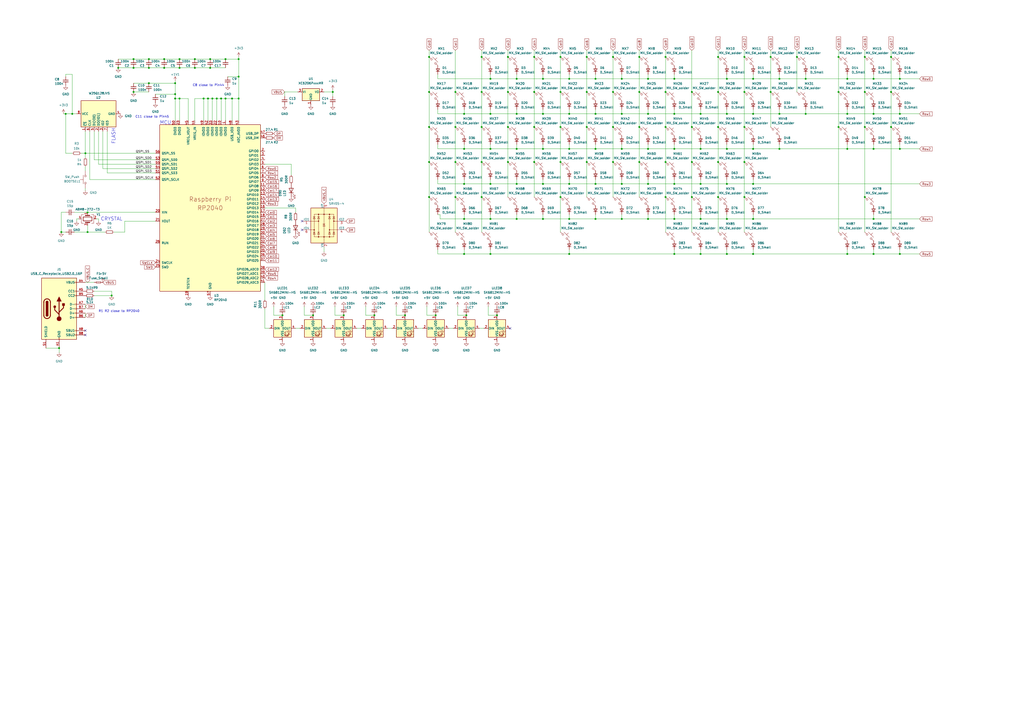
<source format=kicad_sch>
(kicad_sch (version 20231120) (generator "eeschema") (generator_version "8.0")
  (paper "A2")
  (junction (at 118.11 57.15))
  (junction (at 34.29 201.93))
  (junction (at 299.72 45.72))
  (junction (at 77.47 39.37))
  (junction (at 491.49 45.72))
  (junction (at 355.6 53.34))
  (junction (at 217.17 182.88))
  (junction (at 386.08 114.3))
  (junction (at 436.88 106.68))
  (junction (at 234.95 182.88))
  (junction (at 370.84 93.98))
  (junction (at 309.88 93.98))
  (junction (at 416.56 93.98))
  (junction (at 516.89 73.66))
  (junction (at 248.92 53.34))
  (junction (at 279.4 114.3))
  (junction (at 264.16 73.66))
  (junction (at 416.56 114.3))
  (junction (at 252.73 182.88))
  (junction (at 521.97 86.36))
  (junction (at 125.73 57.15))
  (junction (at 501.65 33.02))
  (junction (at 501.65 114.3))
  (junction (at 325.12 33.02))
  (junction (at 421.64 86.36))
  (junction (at 406.4 66.04))
  (junction (at 360.68 45.72))
  (junction (at 421.64 45.72))
  (junction (at 314.96 66.04))
  (junction (at 49.53 88.9))
  (junction (at 421.64 106.68))
  (junction (at 269.24 127))
  (junction (at 86.36 34.29))
  (junction (at 270.51 182.88))
  (junction (at 284.48 66.04))
  (junction (at 113.03 39.37))
  (junction (at 248.92 93.98))
  (junction (at 375.92 66.04))
  (junction (at 269.24 66.04))
  (junction (at 452.12 45.72))
  (junction (at 330.2 147.32))
  (junction (at 269.24 86.36))
  (junction (at 360.68 106.68))
  (junction (at 401.32 73.66))
  (junction (at 501.65 73.66))
  (junction (at 401.32 93.98))
  (junction (at 123.19 57.15))
  (junction (at 370.84 73.66))
  (junction (at 279.4 73.66))
  (junction (at 41.91 66.04))
  (junction (at 436.88 86.36))
  (junction (at 330.2 106.68))
  (junction (at 452.12 86.36))
  (junction (at 279.4 33.02))
  (junction (at 345.44 86.36))
  (junction (at 501.65 53.34))
  (junction (at 431.8 33.02))
  (junction (at 491.49 66.04))
  (junction (at 50.8 134.62))
  (junction (at 181.61 182.88))
  (junction (at 436.88 45.72))
  (junction (at 391.16 66.04))
  (junction (at 506.73 147.32))
  (junction (at 355.6 33.02))
  (junction (at 314.96 106.68))
  (junction (at 345.44 127))
  (junction (at 375.92 106.68))
  (junction (at 401.32 114.3))
  (junction (at 391.16 127))
  (junction (at 130.81 34.29))
  (junction (at 436.88 127))
  (junction (at 521.97 66.04))
  (junction (at 50.8 123.19))
  (junction (at 101.6 57.15))
  (junction (at 386.08 73.66))
  (junction (at 309.88 73.66))
  (junction (at 386.08 53.34))
  (junction (at 401.32 53.34))
  (junction (at 138.43 44.45))
  (junction (at 486.41 73.66))
  (junction (at 294.64 53.34))
  (junction (at 340.36 73.66))
  (junction (at 447.04 33.02))
  (junction (at 86.36 48.26))
  (junction (at 345.44 106.68))
  (junction (at 138.43 57.15))
  (junction (at 375.92 86.36))
  (junction (at 134.62 57.15))
  (junction (at 86.36 39.37))
  (junction (at 104.14 34.29))
  (junction (at 314.96 86.36))
  (junction (at 104.14 39.37))
  (junction (at 248.92 114.3))
  (junction (at 264.16 93.98))
  (junction (at 284.48 106.68))
  (junction (at 516.89 53.34))
  (junction (at 163.83 182.88))
  (junction (at 406.4 127))
  (junction (at 299.72 86.36))
  (junction (at 264.16 114.3))
  (junction (at 121.92 34.29))
  (junction (at 101.6 48.26))
  (junction (at 248.92 33.02))
  (junction (at 77.47 34.29))
  (junction (at 130.81 57.15))
  (junction (at 370.84 33.02))
  (junction (at 506.73 66.04))
  (junction (at 340.36 53.34))
  (junction (at 467.36 45.72))
  (junction (at 325.12 114.3))
  (junction (at 516.89 33.02))
  (junction (at 138.43 34.29))
  (junction (at 386.08 33.02))
  (junction (at 375.92 127))
  (junction (at 314.96 45.72))
  (junction (at 68.58 39.37))
  (junction (at 436.88 66.04))
  (junction (at 299.72 106.68))
  (junction (at 35.56 134.62))
  (junction (at 264.16 53.34))
  (junction (at 294.64 93.98))
  (junction (at 506.73 86.36))
  (junction (at 431.8 93.98))
  (junction (at 120.65 57.15))
  (junction (at 128.27 57.15))
  (junction (at 521.97 147.32))
  (junction (at 486.41 53.34))
  (junction (at 391.16 106.68))
  (junction (at 360.68 127))
  (junction (at 101.6 54.61))
  (junction (at 269.24 147.32))
  (junction (at 360.68 86.36))
  (junction (at 391.16 45.72))
  (junction (at 309.88 33.02))
  (junction (at 340.36 93.98))
  (junction (at 330.2 86.36))
  (junction (at 506.73 127))
  (junction (at 452.12 66.04))
  (junction (at 325.12 93.98))
  (junction (at 521.97 45.72))
  (junction (at 447.04 53.34))
  (junction (at 355.6 93.98))
  (junction (at 284.48 86.36))
  (junction (at 95.25 39.37))
  (junction (at 330.2 45.72))
  (junction (at 193.04 53.34))
  (junction (at 248.92 73.66))
  (junction (at 299.72 127))
  (junction (at 269.24 106.68))
  (junction (at 288.29 182.88))
  (junction (at 279.4 93.98))
  (junction (at 345.44 45.72))
  (junction (at 330.2 66.04))
  (junction (at 370.84 53.34))
  (junction (at 299.72 66.04))
  (junction (at 340.36 33.02))
  (junction (at 314.96 127))
  (junction (at 467.36 66.04))
  (junction (at 416.56 53.34))
  (junction (at 279.4 53.34))
  (junction (at 95.25 34.29))
  (junction (at 104.14 57.15))
  (junction (at 113.03 34.29))
  (junction (at 386.08 93.98))
  (junction (at 431.8 53.34))
  (junction (at 416.56 33.02))
  (junction (at 330.2 127))
  (junction (at 406.4 147.32))
  (junction (at 284.48 147.32))
  (junction (at 199.39 182.88))
  (junction (at 491.49 147.32))
  (junction (at 436.88 147.32))
  (junction (at 375.92 45.72))
  (junction (at 360.68 66.04))
  (junction (at 64.77 171.45))
  (junction (at 284.48 127))
  (junction (at 345.44 66.04))
  (junction (at 38.1 66.04))
  (junction (at 325.12 53.34))
  (junction (at 309.88 53.34))
  (junction (at 431.8 114.3))
  (junction (at 121.92 39.37))
  (junction (at 77.47 53.34))
  (junction (at 416.56 73.66))
  (junction (at 284.48 45.72))
  (junction (at 406.4 86.36))
  (junction (at 462.28 33.02))
  (junction (at 325.12 73.66))
  (junction (at 486.41 33.02))
  (junction (at 294.64 73.66))
  (junction (at 355.6 73.66))
  (junction (at 491.49 86.36))
  (junction (at 421.64 127))
  (junction (at 431.8 73.66))
  (junction (at 421.64 147.32))
  (junction (at 294.64 33.02))
  (junction (at 391.16 86.36))
  (junction (at 406.4 106.68))
  (junction (at 391.16 147.32))
  (junction (at 421.64 66.04))
  (junction (at 506.73 45.72))
  (no_connect (at 49.53 191.77))
  (no_connect (at 175.26 128.27))
  (no_connect (at 175.26 133.35))
  (no_connect (at 49.53 194.31))
  (no_connect (at 295.91 190.5))
  (wire (pts (xy 391.16 124.46) (xy 391.16 127)))
  (wire (pts (xy 416.56 114.3) (xy 416.56 134.62)))
  (wire (pts (xy 521.97 83.82) (xy 521.97 86.36)))
  (wire (pts (xy 355.6 73.66) (xy 355.6 93.98)))
  (wire (pts (xy 165.1 53.34) (xy 172.72 53.34)))
  (wire (pts (xy 406.4 144.78) (xy 406.4 147.32)))
  (wire (pts (xy 345.44 104.14) (xy 345.44 106.68)))
  (wire (pts (xy 506.73 83.82) (xy 506.73 86.36)))
  (wire (pts (xy 248.92 93.98) (xy 248.92 114.3)))
  (wire (pts (xy 375.92 83.82) (xy 375.92 86.36)))
  (wire (pts (xy 386.08 114.3) (xy 386.08 134.62)))
  (wire (pts (xy 521.97 63.5) (xy 521.97 66.04)))
  (wire (pts (xy 50.8 130.81) (xy 50.8 134.62)))
  (wire (pts (xy 340.36 73.66) (xy 340.36 93.98)))
  (wire (pts (xy 486.41 53.34) (xy 486.41 73.66)))
  (wire (pts (xy 355.6 53.34) (xy 355.6 73.66)))
  (wire (pts (xy 153.67 163.83) (xy 153.67 173.99)))
  (wire (pts (xy 401.32 53.34) (xy 401.32 73.66)))
  (wire (pts (xy 314.96 104.14) (xy 314.96 106.68)))
  (wire (pts (xy 125.73 57.15) (xy 125.73 69.85)))
  (wire (pts (xy 118.11 57.15) (xy 118.11 69.85)))
  (wire (pts (xy 406.4 83.82) (xy 406.4 86.36)))
  (wire (pts (xy 330.2 66.04) (xy 345.44 66.04)))
  (wire (pts (xy 44.45 127) (xy 44.45 128.27)))
  (wire (pts (xy 462.28 29.21) (xy 462.28 33.02)))
  (wire (pts (xy 279.4 53.34) (xy 279.4 73.66)))
  (wire (pts (xy 345.44 83.82) (xy 345.44 86.36)))
  (wire (pts (xy 279.4 73.66) (xy 279.4 93.98)))
  (wire (pts (xy 269.24 144.78) (xy 269.24 147.32)))
  (wire (pts (xy 521.97 43.18) (xy 521.97 45.72)))
  (wire (pts (xy 325.12 53.34) (xy 325.12 73.66)))
  (wire (pts (xy 406.4 86.36) (xy 421.64 86.36)))
  (wire (pts (xy 516.89 53.34) (xy 516.89 73.66)))
  (wire (pts (xy 436.88 86.36) (xy 452.12 86.36)))
  (wire (pts (xy 212.09 177.8) (xy 212.09 182.88)))
  (wire (pts (xy 421.64 106.68) (xy 436.88 106.68)))
  (wire (pts (xy 521.97 144.78) (xy 521.97 147.32)))
  (wire (pts (xy 406.4 66.04) (xy 421.64 66.04)))
  (wire (pts (xy 284.48 127) (xy 299.72 127)))
  (wire (pts (xy 406.4 147.32) (xy 421.64 147.32)))
  (wire (pts (xy 391.16 104.14) (xy 391.16 106.68)))
  (wire (pts (xy 284.48 106.68) (xy 299.72 106.68)))
  (wire (pts (xy 254 66.04) (xy 254 63.5)))
  (wire (pts (xy 506.73 63.5) (xy 506.73 66.04)))
  (wire (pts (xy 101.6 54.61) (xy 90.17 54.61)))
  (wire (pts (xy 360.68 66.04) (xy 375.92 66.04)))
  (wire (pts (xy 314.96 66.04) (xy 330.2 66.04)))
  (wire (pts (xy 436.88 147.32) (xy 491.49 147.32)))
  (wire (pts (xy 269.24 147.32) (xy 284.48 147.32)))
  (wire (pts (xy 50.8 123.19) (xy 90.17 123.19)))
  (wire (pts (xy 452.12 83.82) (xy 452.12 86.36)))
  (wire (pts (xy 269.24 127) (xy 284.48 127)))
  (wire (pts (xy 436.88 43.18) (xy 436.88 45.72)))
  (wire (pts (xy 421.64 43.18) (xy 421.64 45.72)))
  (wire (pts (xy 401.32 93.98) (xy 401.32 114.3)))
  (wire (pts (xy 391.16 86.36) (xy 406.4 86.36)))
  (wire (pts (xy 171.45 120.65) (xy 171.45 123.19)))
  (wire (pts (xy 269.24 104.14) (xy 269.24 106.68)))
  (wire (pts (xy 421.64 66.04) (xy 436.88 66.04)))
  (wire (pts (xy 436.88 45.72) (xy 452.12 45.72)))
  (wire (pts (xy 421.64 127) (xy 436.88 127)))
  (wire (pts (xy 52.07 104.14) (xy 90.17 104.14)))
  (wire (pts (xy 401.32 114.3) (xy 401.32 134.62)))
  (wire (pts (xy 421.64 45.72) (xy 436.88 45.72)))
  (wire (pts (xy 436.88 144.78) (xy 436.88 147.32)))
  (wire (pts (xy 101.6 57.15) (xy 101.6 69.85)))
  (wire (pts (xy 299.72 45.72) (xy 314.96 45.72)))
  (wire (pts (xy 247.65 177.8) (xy 247.65 182.88)))
  (wire (pts (xy 375.92 124.46) (xy 375.92 127)))
  (wire (pts (xy 77.47 34.29) (xy 68.58 34.29)))
  (wire (pts (xy 64.77 168.91) (xy 64.77 171.45)))
  (wire (pts (xy 467.36 66.04) (xy 491.49 66.04)))
  (wire (pts (xy 431.8 93.98) (xy 431.8 114.3)))
  (wire (pts (xy 138.43 44.45) (xy 132.08 44.45)))
  (wire (pts (xy 501.65 29.21) (xy 501.65 33.02)))
  (wire (pts (xy 284.48 86.36) (xy 299.72 86.36)))
  (wire (pts (xy 391.16 127) (xy 406.4 127)))
  (wire (pts (xy 194.31 177.8) (xy 194.31 182.88)))
  (wire (pts (xy 86.36 34.29) (xy 77.47 34.29)))
  (wire (pts (xy 406.4 124.46) (xy 406.4 127)))
  (wire (pts (xy 325.12 114.3) (xy 325.12 134.62)))
  (wire (pts (xy 360.68 43.18) (xy 360.68 45.72)))
  (wire (pts (xy 104.14 57.15) (xy 101.6 57.15)))
  (wire (pts (xy 138.43 57.15) (xy 138.43 69.85)))
  (wire (pts (xy 431.8 73.66) (xy 431.8 93.98)))
  (wire (pts (xy 248.92 53.34) (xy 248.92 73.66)))
  (wire (pts (xy 212.09 182.88) (xy 217.17 182.88)))
  (wire (pts (xy 416.56 53.34) (xy 416.56 73.66)))
  (wire (pts (xy 138.43 34.29) (xy 138.43 44.45)))
  (wire (pts (xy 77.47 53.34) (xy 86.36 53.34)))
  (wire (pts (xy 66.04 134.62) (xy 72.39 134.62)))
  (wire (pts (xy 360.68 63.5) (xy 360.68 66.04)))
  (wire (pts (xy 360.68 45.72) (xy 375.92 45.72)))
  (wire (pts (xy 279.4 29.21) (xy 279.4 33.02)))
  (wire (pts (xy 123.19 57.15) (xy 125.73 57.15)))
  (wire (pts (xy 314.96 45.72) (xy 330.2 45.72)))
  (wire (pts (xy 248.92 114.3) (xy 248.92 134.62)))
  (wire (pts (xy 269.24 63.5) (xy 269.24 66.04)))
  (wire (pts (xy 330.2 124.46) (xy 330.2 127)))
  (wire (pts (xy 506.73 45.72) (xy 521.97 45.72)))
  (wire (pts (xy 86.36 48.26) (xy 101.6 48.26)))
  (wire (pts (xy 49.53 176.53) (xy 49.53 179.07)))
  (wire (pts (xy 247.65 182.88) (xy 252.73 182.88)))
  (wire (pts (xy 314.96 127) (xy 330.2 127)))
  (wire (pts (xy 284.48 66.04) (xy 299.72 66.04)))
  (wire (pts (xy 158.75 182.88) (xy 163.83 182.88)))
  (wire (pts (xy 45.72 127) (xy 44.45 127)))
  (wire (pts (xy 370.84 33.02) (xy 370.84 53.34)))
  (wire (pts (xy 375.92 106.68) (xy 391.16 106.68)))
  (wire (pts (xy 533.4 66.04) (xy 521.97 66.04)))
  (wire (pts (xy 125.73 57.15) (xy 128.27 57.15)))
  (wire (pts (xy 325.12 93.98) (xy 325.12 114.3)))
  (wire (pts (xy 95.25 34.29) (xy 86.36 34.29)))
  (wire (pts (xy 386.08 93.98) (xy 386.08 114.3)))
  (wire (pts (xy 62.23 76.2) (xy 62.23 100.33)))
  (wire (pts (xy 187.96 53.34) (xy 193.04 53.34)))
  (wire (pts (xy 38.1 88.9) (xy 38.1 66.04)))
  (wire (pts (xy 194.31 182.88) (xy 199.39 182.88)))
  (wire (pts (xy 193.04 53.34) (xy 193.04 55.88)))
  (wire (pts (xy 360.68 86.36) (xy 375.92 86.36)))
  (wire (pts (xy 49.53 91.44) (xy 49.53 88.9)))
  (wire (pts (xy 330.2 45.72) (xy 345.44 45.72)))
  (wire (pts (xy 330.2 86.36) (xy 345.44 86.36)))
  (wire (pts (xy 340.36 53.34) (xy 340.36 73.66)))
  (wire (pts (xy 121.92 34.29) (xy 113.03 34.29)))
  (wire (pts (xy 49.53 181.61) (xy 49.53 184.15)))
  (wire (pts (xy 345.44 127) (xy 360.68 127)))
  (wire (pts (xy 86.36 48.26) (xy 77.47 48.26)))
  (wire (pts (xy 138.43 44.45) (xy 138.43 57.15)))
  (wire (pts (xy 421.64 83.82) (xy 421.64 86.36)))
  (wire (pts (xy 128.27 57.15) (xy 128.27 69.85)))
  (wire (pts (xy 284.48 63.5) (xy 284.48 66.04)))
  (wire (pts (xy 269.24 66.04) (xy 284.48 66.04)))
  (wire (pts (xy 284.48 124.46) (xy 284.48 127)))
  (wire (pts (xy 462.28 33.02) (xy 462.28 53.34)))
  (wire (pts (xy 294.64 33.02) (xy 294.64 53.34)))
  (wire (pts (xy 370.84 93.98) (xy 370.84 114.3)))
  (wire (pts (xy 299.72 86.36) (xy 314.96 86.36)))
  (wire (pts (xy 109.22 57.15) (xy 104.14 57.15)))
  (wire (pts (xy 391.16 144.78) (xy 391.16 147.32)))
  (wire (pts (xy 360.68 106.68) (xy 375.92 106.68)))
  (wire (pts (xy 375.92 66.04) (xy 391.16 66.04)))
  (wire (pts (xy 38.1 123.19) (xy 35.56 123.19)))
  (wire (pts (xy 391.16 63.5) (xy 391.16 66.04)))
  (wire (pts (xy 254 147.32) (xy 269.24 147.32)))
  (wire (pts (xy 59.69 97.79) (xy 90.17 97.79)))
  (wire (pts (xy 72.39 128.27) (xy 90.17 128.27)))
  (wire (pts (xy 101.6 48.26) (xy 101.6 54.61)))
  (wire (pts (xy 299.72 43.18) (xy 299.72 45.72)))
  (wire (pts (xy 104.14 39.37) (xy 113.03 39.37)))
  (wire (pts (xy 447.04 29.21) (xy 447.04 33.02)))
  (wire (pts (xy 264.16 93.98) (xy 264.16 114.3)))
  (wire (pts (xy 229.87 177.8) (xy 229.87 182.88)))
  (wire (pts (xy 375.92 86.36) (xy 391.16 86.36)))
  (wire (pts (xy 375.92 63.5) (xy 375.92 66.04)))
  (wire (pts (xy 109.22 69.85) (xy 109.22 57.15)))
  (wire (pts (xy 49.53 88.9) (xy 49.53 76.2)))
  (wire (pts (xy 314.96 124.46) (xy 314.96 127)))
  (wire (pts (xy 486.41 29.21) (xy 486.41 33.02)))
  (wire (pts (xy 260.35 190.5) (xy 262.89 190.5)))
  (wire (pts (xy 309.88 53.34) (xy 309.88 73.66)))
  (wire (pts (xy 264.16 53.34) (xy 264.16 73.66)))
  (wire (pts (xy 370.84 73.66) (xy 370.84 93.98)))
  (wire (pts (xy 284.48 147.32) (xy 330.2 147.32)))
  (wire (pts (xy 294.64 29.21) (xy 294.64 33.02)))
  (wire (pts (xy 120.65 57.15) (xy 120.65 69.85)))
  (wire (pts (xy 491.49 83.82) (xy 491.49 86.36)))
  (wire (pts (xy 421.64 86.36) (xy 436.88 86.36)))
  (wire (pts (xy 128.27 57.15) (xy 130.81 57.15)))
  (wire (pts (xy 345.44 45.72) (xy 360.68 45.72)))
  (wire (pts (xy 436.88 66.04) (xy 452.12 66.04)))
  (wire (pts (xy 278.13 190.5) (xy 280.67 190.5)))
  (wire (pts (xy 330.2 127) (xy 345.44 127)))
  (wire (pts (xy 345.44 86.36) (xy 360.68 86.36)))
  (wire (pts (xy 294.64 53.34) (xy 294.64 73.66)))
  (wire (pts (xy 370.84 29.21) (xy 370.84 33.02)))
  (wire (pts (xy 436.88 127) (xy 506.73 127)))
  (wire (pts (xy 375.92 45.72) (xy 391.16 45.72)))
  (wire (pts (xy 406.4 104.14) (xy 406.4 106.68)))
  (wire (pts (xy 491.49 63.5) (xy 491.49 66.04)))
  (wire (pts (xy 77.47 39.37) (xy 86.36 39.37)))
  (wire (pts (xy 330.2 43.18) (xy 330.2 45.72)))
  (wire (pts (xy 401.32 73.66) (xy 401.32 93.98)))
  (wire (pts (xy 516.89 73.66) (xy 516.89 134.62)))
  (wire (pts (xy 34.29 204.47) (xy 34.29 201.93)))
  (wire (pts (xy 46.99 88.9) (xy 49.53 88.9)))
  (wire (pts (xy 299.72 106.68) (xy 314.96 106.68)))
  (wire (pts (xy 49.53 88.9) (xy 90.17 88.9)))
  (wire (pts (xy 284.48 144.78) (xy 284.48 147.32)))
  (wire (pts (xy 254 86.36) (xy 254 83.82)))
  (wire (pts (xy 506.73 147.32) (xy 521.97 147.32)))
  (wire (pts (xy 345.44 63.5) (xy 345.44 66.04)))
  (wire (pts (xy 138.43 33.02) (xy 138.43 34.29)))
  (wire (pts (xy 294.64 73.66) (xy 294.64 93.98)))
  (wire (pts (xy 187.96 143.51) (xy 187.96 146.05)))
  (wire (pts (xy 421.64 144.78) (xy 421.64 147.32)))
  (wire (pts (xy 486.41 33.02) (xy 486.41 53.34)))
  (wire (pts (xy 406.4 106.68) (xy 421.64 106.68)))
  (wire (pts (xy 431.8 114.3) (xy 431.8 134.62)))
  (wire (pts (xy 279.4 33.02) (xy 279.4 53.34)))
  (wire (pts (xy 330.2 63.5) (xy 330.2 66.04)))
  (wire (pts (xy 255.27 127) (xy 269.24 127)))
  (wire (pts (xy 57.15 76.2) (xy 57.15 95.25)))
  (wire (pts (xy 255.27 124.46) (xy 255.27 127)))
  (wire (pts (xy 284.48 83.82) (xy 284.48 86.36)))
  (wire (pts (xy 68.58 39.37) (xy 77.47 39.37)))
  (wire (pts (xy 36.83 66.04) (xy 38.1 66.04)))
  (wire (pts (xy 491.49 147.32) (xy 506.73 147.32)))
  (wire (pts (xy 299.72 83.82) (xy 299.72 86.36)))
  (wire (pts (xy 248.92 73.66) (xy 248.92 93.98)))
  (wire (pts (xy 501.65 33.02) (xy 501.65 53.34)))
  (wire (pts (xy 121.92 39.37) (xy 130.81 39.37)))
  (wire (pts (xy 325.12 33.02) (xy 325.12 53.34)))
  (wire (pts (xy 506.73 144.78) (xy 506.73 147.32)))
  (wire (pts (xy 360.68 127) (xy 375.92 127)))
  (wire (pts (xy 431.8 29.21) (xy 431.8 33.02)))
  (wire (pts (xy 279.4 114.3) (xy 279.4 134.62)))
  (wire (pts (xy 345.44 66.04) (xy 360.68 66.04)))
  (wire (pts (xy 118.11 57.15) (xy 120.65 57.15)))
  (wire (pts (xy 264.16 114.3) (xy 264.16 134.62)))
  (wire (pts (xy 49.53 96.52) (xy 49.53 99.06)))
  (wire (pts (xy 360.68 104.14) (xy 360.68 106.68)))
  (wire (pts (xy 330.2 106.68) (xy 345.44 106.68)))
  (wire (pts (xy 38.1 88.9) (xy 41.91 88.9)))
  (wire (pts (xy 153.67 179.07) (xy 153.67 190.5)))
  (wire (pts (xy 158.75 177.8) (xy 158.75 182.88)))
  (wire (pts (xy 57.15 95.25) (xy 90.17 95.25)))
  (wire (pts (xy 375.92 43.18) (xy 375.92 45.72)))
  (wire (pts (xy 533.4 45.72) (xy 521.97 45.72)))
  (wire (pts (xy 309.88 33.02) (xy 309.88 53.34)))
  (wire (pts (xy 41.91 66.04) (xy 44.45 66.04)))
  (wire (pts (xy 436.88 104.14) (xy 436.88 106.68)))
  (wire (pts (xy 265.43 182.88) (xy 270.51 182.88)))
  (wire (pts (xy 421.64 104.14) (xy 421.64 106.68)))
  (wire (pts (xy 491.49 144.78) (xy 491.49 147.32)))
  (wire (pts (xy 113.03 57.15) (xy 118.11 57.15)))
  (wire (pts (xy 391.16 43.18) (xy 391.16 45.72)))
  (wire (pts (xy 153.67 95.25) (xy 168.91 95.25)))
  (wire (pts (xy 254 124.46) (xy 255.27 124.46)))
  (wire (pts (xy 54.61 92.71) (xy 90.17 92.71)))
  (wire (pts (xy 416.56 29.21) (xy 416.56 33.02)))
  (wire (pts (xy 325.12 29.21) (xy 325.12 33.02)))
  (wire (pts (xy 370.84 53.34) (xy 370.84 73.66)))
  (wire (pts (xy 416.56 33.02) (xy 416.56 53.34)))
  (wire (pts (xy 447.04 53.34) (xy 447.04 73.66)))
  (wire (pts (xy 506.73 66.04) (xy 521.97 66.04)))
  (wire (pts (xy 340.36 29.21) (xy 340.36 33.02)))
  (wire (pts (xy 386.08 33.02) (xy 386.08 53.34)))
  (wire (pts (xy 130.81 57.15) (xy 130.81 69.85)))
  (wire (pts (xy 104.14 34.29) (xy 95.25 34.29)))
  (wire (pts (xy 391.16 106.68) (xy 406.4 106.68)))
  (wire (pts (xy 436.88 124.46) (xy 436.88 127)))
  (wire (pts (xy 401.32 29.21) (xy 401.32 53.34)))
  (wire (pts (xy 452.12 43.18) (xy 452.12 45.72)))
  (wire (pts (xy 176.53 177.8) (xy 176.53 182.88)))
  (wire (pts (xy 491.49 86.36) (xy 506.73 86.36)))
  (wire (pts (xy 49.53 110.49) (xy 49.53 109.22)))
  (wire (pts (xy 447.04 33.02) (xy 447.04 53.34)))
  (wire (pts (xy 406.4 63.5) (xy 406.4 66.04)))
  (wire (pts (xy 254 147.32) (xy 254 144.78)))
  (wire (pts (xy 299.72 63.5) (xy 299.72 66.04)))
  (wire (pts (xy 248.92 29.21) (xy 248.92 33.02)))
  (wire (pts (xy 113.03 34.29) (xy 104.14 34.29)))
  (wire (pts (xy 54.61 168.91) (xy 64.77 168.91)))
  (wire (pts (xy 533.4 127) (xy 506.73 127)))
  (wire (pts (xy 314.96 106.68) (xy 330.2 106.68)))
  (wire (pts (xy 34.29 201.93) (xy 26.67 201.93)))
  (wire (pts (xy 375.92 104.14) (xy 375.92 106.68)))
  (wire (pts (xy 330.2 104.14) (xy 330.2 106.68)))
  (wire (pts (xy 501.65 73.66) (xy 501.65 114.3)))
  (wire (pts (xy 41.91 66.04) (xy 41.91 43.18)))
  (wire (pts (xy 360.68 83.82) (xy 360.68 86.36)))
  (wire (pts (xy 391.16 147.32) (xy 406.4 147.32)))
  (wire (pts (xy 193.04 52.07) (xy 193.04 53.34)))
  (wire (pts (xy 254 45.72) (xy 254 43.18)))
  (wire (pts (xy 391.16 45.72) (xy 421.64 45.72)))
  (wire (pts (xy 165.1 53.34) (xy 165.1 55.88)))
  (wire (pts (xy 355.6 33.02) (xy 355.6 53.34)))
  (wire (pts (xy 501.65 114.3) (xy 501.65 134.62)))
  (wire (pts (xy 314.96 86.36) (xy 330.2 86.36)))
  (wire (pts (xy 314.96 43.18) (xy 314.96 45.72)))
  (wire (pts (xy 113.03 39.37) (xy 121.92 39.37)))
  (wire (pts (xy 391.16 66.04) (xy 406.4 66.04)))
  (wire (pts (xy 325.12 73.66) (xy 325.12 93.98)))
  (wire (pts (xy 355.6 29.21) (xy 355.6 33.02)))
  (wire (pts (xy 279.4 93.98) (xy 279.4 114.3)))
  (wire (pts (xy 421.64 147.32) (xy 436.88 147.32)))
  (wire (pts (xy 224.79 190.5) (xy 227.33 190.5)))
  (wire (pts (xy 176.53 182.88) (xy 181.61 182.88)))
  (wire (pts (xy 360.68 124.46) (xy 360.68 127)))
  (wire (pts (xy 345.44 106.68) (xy 360.68 106.68)))
  (wire (pts (xy 120.65 57.15) (xy 123.19 57.15)))
  (wire (pts (xy 330.2 83.82) (xy 330.2 86.36)))
  (wire (pts (xy 284.48 43.18) (xy 284.48 45.72)))
  (wire (pts (xy 355.6 93.98) (xy 355.6 114.3)))
  (wire (pts (xy 134.62 57.15) (xy 138.43 57.15)))
  (wire (pts (xy 406.4 127) (xy 421.64 127)))
  (wire (pts (xy 436.88 106.68) (xy 533.4 106.68)))
  (wire (pts (xy 516.89 33.02) (xy 516.89 53.34)))
  (wire (pts (xy 340.36 33.02) (xy 340.36 53.34)))
  (wire (pts (xy 421.64 124.46) (xy 421.64 127)))
  (wire (pts (xy 254 86.36) (xy 269.24 86.36)))
  (wire (pts (xy 153.67 190.5) (xy 156.21 190.5)))
  (wire (pts (xy 501.65 53.34) (xy 501.65 73.66)))
  (wire (pts (xy 386.08 29.21) (xy 386.08 33.02)))
  (wire (pts (xy 521.97 147.32) (xy 533.4 147.32)))
  (wire (pts (xy 431.8 53.34) (xy 431.8 73.66)))
  (wire (pts (xy 467.36 45.72) (xy 491.49 45.72)))
  (wire (pts (xy 254 45.72) (xy 284.48 45.72)))
  (wire (pts (xy 452.12 66.04) (xy 467.36 66.04)))
  (wire (pts (xy 43.18 123.19) (xy 50.8 123.19)))
  (wire (pts (xy 506.73 43.18) (xy 506.73 45.72)))
  (wire (pts (xy 299.72 124.46) (xy 299.72 127)))
  (wire (pts (xy 35.56 123.19) (xy 35.56 134.62)))
  (wire (pts (xy 269.24 83.82) (xy 269.24 86.36)))
  (wire (pts (xy 421.64 63.5) (xy 421.64 66.04)))
  (wire (pts (xy 229.87 182.88) (xy 234.95 182.88)))
  (wire (pts (xy 265.43 177.8) (xy 265.43 182.88)))
  (wire (pts (xy 86.36 39.37) (xy 95.25 39.37)))
  (wire (pts (xy 38.1 43.18) (xy 38.1 44.45)))
  (wire (pts (xy 242.57 190.5) (xy 245.11 190.5)))
  (wire (pts (xy 121.92 34.29) (xy 130.81 34.29)))
  (wire (pts (xy 171.45 190.5) (xy 173.99 190.5)))
  (wire (pts (xy 72.39 134.62) (xy 72.39 128.27)))
  (wire (pts (xy 284.48 45.72) (xy 299.72 45.72)))
  (wire (pts (xy 153.67 120.65) (xy 171.45 120.65)))
  (wire (pts (xy 386.08 73.66) (xy 386.08 93.98)))
  (wire (pts (xy 521.97 86.36) (xy 533.4 86.36)))
  (wire (pts (xy 54.61 76.2) (xy 54.61 92.71)))
  (wire (pts (xy 269.24 86.36) (xy 284.48 86.36)))
  (wire (pts (xy 264.16 29.21) (xy 264.16 53.34)))
  (wire (pts (xy 330.2 144.78) (xy 330.2 147.32)))
  (wire (pts (xy 436.88 63.5) (xy 436.88 66.04)))
  (wire (pts (xy 113.03 69.85) (xy 113.03 57.15)))
  (wire (pts (xy 309.88 73.66) (xy 309.88 93.98)))
  (wire (pts (xy 314.96 63.5) (xy 314.96 66.04)))
  (wire (pts (xy 340.36 93.98) (xy 340.36 114.3)))
  (wire (pts (xy 386.08 53.34) (xy 386.08 73.66)))
  (wire (pts (xy 506.73 124.46) (xy 506.73 127)))
  (wire (pts (xy 284.48 104.14) (xy 284.48 106.68)))
  (wire (pts (xy 38.1 66.04) (xy 41.91 66.04)))
  (wire (pts (xy 50.8 134.62) (xy 60.96 134.62)))
  (wire (pts (xy 314.96 83.82) (xy 314.96 86.36)))
  (wire (pts (xy 416.56 93.98) (xy 416.56 114.3)))
  (wire (pts (xy 452.12 86.36) (xy 491.49 86.36)))
  (wire (pts (xy 491.49 43.18) (xy 491.49 45.72)))
  (wire (pts (xy 52.07 76.2) (xy 52.07 104.14)))
  (wire (pts (xy 491.49 66.04) (xy 506.73 66.04)))
  (wire (pts (xy 516.89 29.21) (xy 516.89 33.02)))
  (wire (pts (xy 299.72 104.14) (xy 299.72 106.68)))
  (wire (pts (xy 62.23 100.33) (xy 90.17 100.33)))
  (wire (pts (xy 254 66.04) (xy 269.24 66.04)))
  (wire (pts (xy 248.92 33.02) (xy 248.92 53.34)))
  (wire (pts (xy 416.56 73.66) (xy 416.56 93.98)))
  (wire (pts (xy 269.24 124.46) (xy 269.24 127)))
  (wire (pts (xy 269.24 106.68) (xy 284.48 106.68)))
  (wire (pts (xy 104.14 57.15) (xy 104.14 69.85)))
  (wire (pts (xy 391.16 83.82) (xy 391.16 86.36)))
  (wire (pts (xy 35.56 134.62) (xy 38.1 134.62)))
  (wire (pts (xy 299.72 127) (xy 314.96 127)))
  (wire (pts (xy 345.44 43.18) (xy 345.44 45.72)))
  (wire (pts (xy 452.12 45.72) (xy 467.36 45.72)))
  (wire (pts (xy 452.12 63.5) (xy 452.12 66.04)))
  (wire (pts (xy 309.88 93.98) (xy 309.88 114.3)))
  (wire (pts (xy 467.36 43.18) (xy 467.36 45.72)))
  (wire (pts (xy 134.62 57.15) (xy 134.62 69.85)))
  (wire (pts (xy 59.69 76.2) (xy 59.69 97.79)))
  (wire (pts (xy 436.88 83.82) (xy 436.88 86.36)))
  (wire (pts (xy 50.8 134.62) (xy 43.18 134.62)))
  (wire (pts (xy 95.25 39.37) (xy 104.14 39.37)))
  (wire (pts (xy 254 106.68) (xy 269.24 106.68)))
  (wire (pts (xy 491.49 45.72) (xy 506.73 45.72)))
  (wire (pts (xy 54.61 171.45) (xy 64.77 171.45)))
  (wire (pts (xy 130.81 34.29) (xy 138.43 34.29)))
  (wire (pts (xy 123.19 57.15) (xy 123.19 69.85)))
  (wire (pts (xy 101.6 46.99) (xy 101.6 48.26)))
  (wire (pts (xy 506.73 86.36) (xy 521.97 86.36)))
  (wire (pts (xy 38.1 43.18) (xy 41.91 43.18)))
  (wire (pts (xy 189.23 190.5) (xy 191.77 190.5)))
  (wire (pts (xy 345.44 124.46) (xy 345.44 127)))
  (wire (pts (xy 55.88 127) (xy 57.15 127)))
  (wire (pts (xy 283.21 177.8) (xy 283.21 182.88)))
  (wire (pts (xy 264.16 73.66) (xy 264.16 93.98)))
  (wire (pts (xy 486.41 73.66) (xy 486.41 134.62)))
  (wire (pts (xy 168.91 95.25) (xy 168.91 101.6)))
  (wire (pts (xy 309.88 29.21) (xy 309.88 33.02)))
  (wire (pts (xy 299.72 66.04) (xy 314.96 66.04)))
  (wire (pts (xy 431.8 33.02) (xy 431.8 53.34)))
  (wire (pts (xy 49.53 163.83) (xy 54.61 163.83)))
  (wire (pts (xy 375.92 127) (xy 391.16 127)))
  (wire (pts (xy 283.21 182.88) (xy 288.29 182.88)))
  (wire (pts (xy 294.64 93.98) (xy 294.64 114.3)))
  (wire (pts (xy 330.2 147.32) (xy 391.16 147.32)))
  (wire (pts (xy 467.36 63.5) (xy 467.36 66.04)))
  (wire (pts (xy 130.81 57.15) (xy 134.62 57.15)))
  (wire (pts (xy 254 106.68) (xy 254 104.14)))
  (wire (pts (xy 57.15 127) (xy 57.15 128.27)))
  (wire (pts (xy 207.01 190.5) (xy 209.55 190.5)))
  (wire (pts (xy 101.6 54.61) (xy 101.6 57.15)))
  (text "MCU" (at 92.71 72.39 0) (effects (font (size 2 2)) (justify left bottom)))
  (text "FLASH" (at 67.056 83.566 90) (effects (font (size 2 2)) (justify left bottom)))
  (text "R1 R2 close to RP2040\n" (at 57.15 181.356 0) (effects (font (size 1.3 1.3)) (justify left bottom)))
  (text "C8 close to Pin44\n" (at 111.76 50.292 0) (effects (font (size 1.3 1.3)) (justify left bottom)))
  (text "CRYSTAL\n" (at 58.42 128.27 0) (effects (font (size 2 2)) (justify left bottom)))
  (text "C11 close to Pin45\n" (at 78.486 68.58 0) (effects (font (size 1.3 1.3)) (justify left bottom)))
  (label "QSPI_SS" (at 78.74 88.9 0))
  (label "QSPI_SCLK" (at 78.74 104.14 0))
  (label "QSPI_SD0" (at 78.74 92.71 0))
  (label "QSPI_SD1" (at 78.74 95.25 0))
  (label "QSPI_SD2" (at 78.74 97.79 0))
  (label "QSPI_SD3" (at 78.74 100.33 0))
  (global_label "Col12" (shape input) (at 153.67 156.21 0) (property "Intersheetrefs" "${INTERSHEET_REFS}" (effects (hide yes))))
  (global_label "Col6" (shape input) (at 153.67 138.43 0) (property "Intersheetrefs" "${INTERSHEET_REFS}" (effects (hide yes))))
  (global_label "Row5" (shape input) (at 533.4 147.32 0) (property "Intersheetrefs" "${INTERSHEET_REFS}" (effects (hide yes))))
  (global_label "Col1" (shape input) (at 153.67 125.73 0) (property "Intersheetrefs" "${INTERSHEET_REFS}" (effects (hide yes))))
  (global_label "Col10" (shape input) (at 401.32 29.21 90) (property "Intersheetrefs" "${INTERSHEET_REFS}" (effects (hide yes))))
  (global_label "Col9" (shape input) (at 153.67 146.05 0) (property "Intersheetrefs" "${INTERSHEET_REFS}" (effects (hide yes))))
  (global_label "DM" (shape input) (at 200.66 133.35 0) (property "Intersheetrefs" "${INTERSHEET_REFS}" (effects (hide yes))))
  (global_label "Col15" (shape input) (at 486.41 29.21 90) (property "Intersheetrefs" "${INTERSHEET_REFS}" (effects (hide yes))))
  (global_label "Col4" (shape input) (at 153.67 133.35 0) (property "Intersheetrefs" "${INTERSHEET_REFS}" (effects (hide yes))))
  (global_label "VBUS_C" (shape input) (at 187.96 118.11 90) (property "Intersheetrefs" "${INTERSHEET_REFS}" (effects (hide yes))))
  (global_label "SWD" (shape input) (at 90.17 154.94 180) (property "Intersheetrefs" "${INTERSHEET_REFS}" (effects (hide yes))))
  (global_label "Col11" (shape input) (at 416.56 29.21 90) (property "Intersheetrefs" "${INTERSHEET_REFS}" (effects (hide yes))))
  (global_label "Col3" (shape input) (at 294.64 29.21 90) (property "Intersheetrefs" "${INTERSHEET_REFS}" (effects (hide yes))))
  (global_label "Row4" (shape input) (at 533.4 127 0) (property "Intersheetrefs" "${INTERSHEET_REFS}" (effects (hide yes))))
  (global_label "DP" (shape input) (at 158.75 77.47 0) (property "Intersheetrefs" "${INTERSHEET_REFS}" (effects (hide yes))))
  (global_label "Col9" (shape input) (at 386.08 29.21 90) (property "Intersheetrefs" "${INTERSHEET_REFS}" (effects (hide yes))))
  (global_label "Col8" (shape input) (at 153.67 143.51 0) (property "Intersheetrefs" "${INTERSHEET_REFS}" (effects (hide yes))))
  (global_label "Col12" (shape input) (at 431.8 29.21 90) (property "Intersheetrefs" "${INTERSHEET_REFS}" (effects (hide yes))))
  (global_label "VBUS" (shape input) (at 59.69 163.83 0) (property "Intersheetrefs" "${INTERSHEET_REFS}" (effects (hide yes))))
  (global_label "Col14" (shape input) (at 462.28 29.21 90) (property "Intersheetrefs" "${INTERSHEET_REFS}" (effects (hide yes))))
  (global_label "Row1" (shape input) (at 533.4 66.04 0) (property "Intersheetrefs" "${INTERSHEET_REFS}" (effects (hide yes))))
  (global_label "DM" (shape input) (at 158.75 80.01 0) (property "Intersheetrefs" "${INTERSHEET_REFS}" (effects (hide yes))))
  (global_label "Col5" (shape input) (at 153.67 135.89 0) (property "Intersheetrefs" "${INTERSHEET_REFS}" (effects (hide yes))))
  (global_label "Col3" (shape input) (at 153.67 130.81 0) (property "Intersheetrefs" "${INTERSHEET_REFS}" (effects (hide yes))))
  (global_label "Col17" (shape input) (at 153.67 110.49 0) (property "Intersheetrefs" "${INTERSHEET_REFS}" (effects (hide yes))))
  (global_label "SWCLK" (shape input) (at 90.17 152.4 180) (property "Intersheetrefs" "${INTERSHEET_REFS}" (effects (hide yes))))
  (global_label "Row2" (shape input) (at 153.67 102.87 0) (property "Intersheetrefs" "${INTERSHEET_REFS}" (effects (hide yes))))
  (global_label "Col5" (shape input) (at 325.12 29.21 90) (property "Intersheetrefs" "${INTERSHEET_REFS}" (effects (hide yes))))
  (global_label "Col10" (shape input) (at 153.67 148.59 0) (property "Intersheetrefs" "${INTERSHEET_REFS}" (effects (hide yes))))
  (global_label "Col4" (shape input) (at 309.88 29.21 90) (property "Intersheetrefs" "${INTERSHEET_REFS}" (effects (hide yes))))
  (global_label "Col13" (shape input) (at 447.04 29.21 90) (property "Intersheetrefs" "${INTERSHEET_REFS}" (effects (hide yes))))
  (global_label "Col7" (shape input) (at 355.6 29.21 90) (property "Intersheetrefs" "${INTERSHEET_REFS}" (effects (hide yes))))
  (global_label "Col1" (shape input) (at 264.16 29.21 90) (property "Intersheetrefs" "${INTERSHEET_REFS}" (effects (hide yes))))
  (global_label "DP" (shape input) (at 200.66 128.27 0) (property "Intersheetrefs" "${INTERSHEET_REFS}" (effects (hide yes))))
  (global_label "DP" (shape input) (at 49.53 182.88 0) (property "Intersheetrefs" "${INTERSHEET_REFS}" (effects (hide yes))))
  (global_label "Row0" (shape input) (at 533.4 45.72 0) (property "Intersheetrefs" "${INTERSHEET_REFS}" (effects (hide yes))))
  (global_label "Col14" (shape input) (at 153.67 113.03 0) (property "Intersheetrefs" "${INTERSHEET_REFS}" (effects (hide yes))))
  (global_label "Col0" (shape input) (at 153.67 123.19 0) (property "Intersheetrefs" "${INTERSHEET_REFS}" (effects (hide yes))))
  (global_label "Col13" (shape input) (at 153.67 115.57 0) (property "Intersheetrefs" "${INTERSHEET_REFS}" (effects (hide yes))))
  (global_label "Col0" (shape input) (at 248.92 29.21 90) (property "Intersheetrefs" "${INTERSHEET_REFS}" (effects (hide yes))))
  (global_label "Col16" (shape input) (at 501.65 29.21 90) (property "Intersheetrefs" "${INTERSHEET_REFS}" (effects (hide yes))))
  (global_label "Col6" (shape input) (at 340.36 29.21 90) (property "Intersheetrefs" "${INTERSHEET_REFS}" (effects (hide yes))))
  (global_label "Col8" (shape input) (at 370.84 29.21 90) (property "Intersheetrefs" "${INTERSHEET_REFS}" (effects (hide yes))))
  (global_label "Col11" (shape input) (at 153.67 151.13 0) (property "Intersheetrefs" "${INTERSHEET_REFS}" (effects (hide yes))))
  (global_label "Row2" (shape input) (at 533.4 86.36 0) (property "Intersheetrefs" "${INTERSHEET_REFS}" (effects (hide yes))))
  (global_label "Row5" (shape input) (at 153.67 158.75 0) (property "Intersheetrefs" "${INTERSHEET_REFS}" (effects (hide yes))))
  (global_label "Row1" (shape input) (at 153.67 100.33 0) (property "Intersheetrefs" "${INTERSHEET_REFS}" (effects (hide yes))))
  (global_label "VBUS" (shape input) (at 165.1 53.34 180) (property "Intersheetrefs" "${INTERSHEET_REFS}" (effects (hide yes))))
  (global_label "Col2" (shape input) (at 153.67 128.27 0) (property "Intersheetrefs" "${INTERSHEET_REFS}" (effects (hide yes))))
  (global_label "Col15" (shape input) (at 153.67 105.41 0) (property "Intersheetrefs" "${INTERSHEET_REFS}" (effects (hide yes))))
  (global_label "Row3" (shape input) (at 533.4 106.68 0) (property "Intersheetrefs" "${INTERSHEET_REFS}" (effects (hide yes))))
  (global_label "VBUS_C" (shape input) (at 50.8 163.83 90) (property "Intersheetrefs" "${INTERSHEET_REFS}" (effects (hide yes))))
  (global_label "Row4" (shape input) (at 153.67 161.29 0) (property "Intersheetrefs" "${INTERSHEET_REFS}" (effects (hide yes))))
  (global_label "Col7" (shape input) (at 153.67 140.97 0) (property "Intersheetrefs" "${INTERSHEET_REFS}" (effects (hide yes))))
  (global_label "Col17" (shape input) (at 516.89 29.21 90) (property "Intersheetrefs" "${INTERSHEET_REFS}" (effects (hide yes))))
  (global_label "Col2" (shape input) (at 279.4 29.21 90) (property "Intersheetrefs" "${INTERSHEET_REFS}" (effects (hide yes))))
  (global_label "Col16" (shape input) (at 153.67 107.95 0) (property "Intersheetrefs" "${INTERSHEET_REFS}" (effects (hide yes))))
  (global_label "Row0" (shape input) (at 153.67 97.79 0) (property "Intersheetrefs" "${INTERSHEET_REFS}" (effects (hide yes))))
  (global_label "Row3" (shape input) (at 153.67 118.11 0) (property "Intersheetrefs" "${INTERSHEET_REFS}" (effects (hide yes))))
  (global_label "DM" (shape input) (at 49.53 177.8 0) (property "Intersheetrefs" "${INTERSHEET_REFS}" (effects (hide yes))))
  (symbol (lib_id "Device:D_Small") (at 491.49 81.28 90) (unit 1)
    (property "Reference" "D49" (at 494.03 80.0099 90) (effects (justify right)))
    (property "Value" "D_Small" (at 494.03 82.5499 90) (effects (justify right)))
    (property "Footprint" "ScottoKeebs_Components:Diode_SOD-123_noref2" (effects (hide yes)))
    (property "Description" "Diode, small symbol" (effects (hide yes)))
    (property "Sim.Device" "D" (effects (hide yes)))
    (property "Sim.Pins" "1=K 2=A" (effects (hide yes)))
  )
  (symbol (lib_id "power:GND") (at 217.17 177.8 180) (unit 1)
    (property "Reference" "#PWR035" (effects (hide yes)))
    (property "Value" "GND" (at 217.17 172.72 0))
    (property "Description" "Power symbol creates a global label with name \"GND\" , ground" (effects (hide yes)))
  )
  (symbol (lib_id "Device:D_Small") (at 314.96 101.6 90) (unit 1)
    (property "Reference" "D56" (at 317.5 100.3299 90) (effects (justify right)))
    (property "Value" "D_Small" (at 317.5 102.8699 90) (effects (justify right)))
    (property "Footprint" "ScottoKeebs_Components:Diode_SOD-123_noref2" (effects (hide yes)))
    (property "Description" "Diode, small symbol" (effects (hide yes)))
    (property "Sim.Device" "D" (effects (hide yes)))
    (property "Sim.Pins" "1=K 2=A" (effects (hide yes)))
  )
  (symbol (lib_id "Device:D_Small") (at 436.88 40.64 90) (unit 1)
    (property "Reference" "D11" (at 439.42 39.3699 90) (effects (justify right)))
    (property "Value" "D_Small" (at 439.42 41.9099 90) (effects (justify right)))
    (property "Footprint" "ScottoKeebs_Components:Diode_SOD-123_noref2" (effects (hide yes)))
    (property "Description" "Diode, small symbol" (effects (hide yes)))
    (property "Sim.Device" "D" (effects (hide yes)))
    (property "Sim.Pins" "1=K 2=A" (effects (hide yes)))
  )
  (symbol (lib_id "marbastlib-mx:MX_SW_solder") (at 266.7 116.84 0) (unit 1)
    (property "Reference" "MX66" (at 271.272 109.474 0))
    (property "Value" "MX_SW_solder" (at 271.272 112.014 0))
    (property "Footprint" "ScottoKeebs_MX:MX_PCB_1.00u_NoSilkscreen3" (effects (hide yes)))
    (property "Description" "Push button switch, normally open, two pins, 45° tilted" (effects (hide yes)))
  )
  (symbol (lib_id "marbastlib-mx:MX_SW_solder") (at 327.66 76.2 0) (unit 1)
    (property "Reference" "MX40" (at 332.232 68.834 0))
    (property "Value" "MX_SW_solder" (at 332.232 71.374 0))
    (property "Footprint" "ScottoKeebs_MX:MX_PCB_1.00u_NoSilkscreen3" (effects (hide yes)))
    (property "Description" "Push button switch, normally open, two pins, 45° tilted" (effects (hide yes)))
  )
  (symbol (lib_id "Device:C_Small") (at 234.95 180.34 0) (unit 1)
    (property "Reference" "LC5" (at 235.458 178.308 0) (effects (justify left)))
    (property "Value" "100n" (at 236.474 176.022 0) (effects (justify left)))
    (property "Footprint" "hjcustom:C_0402_1005Metric_noref" (effects (hide yes)))
    (property "Description" "Unpolarized capacitor, small symbol" (effects (hide yes)))
  )
  (symbol (lib_id "Device:C_Small") (at 217.17 180.34 0) (unit 1)
    (property "Reference" "LC4" (at 217.678 178.308 0) (effects (justify left)))
    (property "Value" "100n" (at 218.694 176.022 0) (effects (justify left)))
    (property "Footprint" "hjcustom:C_0402_1005Metric_noref" (effects (hide yes)))
    (property "Description" "Unpolarized capacitor, small symbol" (effects (hide yes)))
  )
  (symbol (lib_id "marbastlib-mx:MX_SW_solder") (at 373.38 55.88 0) (unit 1)
    (property "Reference" "MX25" (at 377.952 48.514 0))
    (property "Value" "MX_SW_solder" (at 377.952 51.054 0))
    (property "Footprint" "ScottoKeebs_MX:MX_PCB_1.00u_NoSilkscreen3" (effects (hide yes)))
    (property "Description" "Push button switch, normally open, two pins, 45° tilted" (effects (hide yes)))
  )
  (symbol (lib_id "marbastlib-mx:MX_SW_solder") (at 519.43 55.88 0) (unit 1)
    (property "Reference" "MX34" (at 524.002 48.514 0))
    (property "Value" "MX_SW_solder" (at 524.002 51.054 0))
    (property "Footprint" "ScottoKeebs_MX:MX_PCB_1.00u_NoSilkscreen3" (effects (hide yes)))
    (property "Description" "Push button switch, normally open, two pins, 45° tilted" (effects (hide yes)))
  )
  (symbol (lib_id "Device:D_Small") (at 436.88 101.6 90) (unit 1)
    (property "Reference" "D64" (at 439.42 100.3299 90) (effects (justify right)))
    (property "Value" "D_Small" (at 439.42 102.8699 90) (effects (justify right)))
    (property "Footprint" "ScottoKeebs_Components:Diode_SOD-123_noref2" (effects (hide yes)))
    (property "Description" "Diode, small symbol" (effects (hide yes)))
    (property "Sim.Device" "D" (effects (hide yes)))
    (property "Sim.Pins" "1=K 2=A" (effects (hide yes)))
  )
  (symbol (lib_id "Device:D_Small") (at 375.92 40.64 90) (unit 1)
    (property "Reference" "D8" (at 378.46 39.3699 90) (effects (justify right)))
    (property "Value" "D_Small" (at 378.46 41.9099 90) (effects (justify right)))
    (property "Footprint" "ScottoKeebs_Components:Diode_SOD-123_noref2" (effects (hide yes)))
    (property "Description" "Diode, small symbol" (effects (hide yes)))
    (property "Sim.Device" "D" (effects (hide yes)))
    (property "Sim.Pins" "1=K 2=A" (effects (hide yes)))
  )
  (symbol (lib_id "Device:D_Small") (at 345.44 121.92 90) (unit 1)
    (property "Reference" "D71" (at 347.98 120.6499 90) (effects (justify right)))
    (property "Value" "D_Small" (at 347.98 123.1899 90) (effects (justify right)))
    (property "Footprint" "ScottoKeebs_Components:Diode_SOD-123_noref2" (effects (hide yes)))
    (property "Description" "Diode, small symbol" (effects (hide yes)))
    (property "Sim.Device" "D" (effects (hide yes)))
    (property "Sim.Pins" "1=K 2=A" (effects (hide yes)))
  )
  (symbol (lib_id "Device:D_Small") (at 406.4 121.92 90) (unit 1)
    (property "Reference" "D75" (at 408.94 120.6499 90) (effects (justify right)))
    (property "Value" "D_Small" (at 408.94 123.1899 90) (effects (justify right)))
    (property "Footprint" "ScottoKeebs_Components:Diode_SOD-123_noref2" (effects (hide yes)))
    (property "Description" "Diode, small symbol" (effects (hide yes)))
    (property "Sim.Device" "D" (effects (hide yes)))
    (property "Sim.Pins" "1=K 2=A" (effects (hide yes)))
  )
  (symbol (lib_id "Device:D_Small") (at 375.92 60.96 90) (unit 1)
    (property "Reference" "D25" (at 378.46 59.6899 90) (effects (justify right)))
    (property "Value" "D_Small" (at 378.46 62.2299 90) (effects (justify right)))
    (property "Footprint" "ScottoKeebs_Components:Diode_SOD-123_noref2" (effects (hide yes)))
    (property "Description" "Diode, small symbol" (effects (hide yes)))
    (property "Sim.Device" "D" (effects (hide yes)))
    (property "Sim.Pins" "1=K 2=A" (effects (hide yes)))
  )
  (symbol (lib_id "Device:D_Small") (at 521.97 60.96 90) (unit 1)
    (property "Reference" "D34" (at 524.51 59.6899 90) (effects (justify right)))
    (property "Value" "D_Small" (at 524.51 62.2299 90) (effects (justify right)))
    (property "Footprint" "ScottoKeebs_Components:Diode_SOD-123_noref2" (effects (hide yes)))
    (property "Description" "Diode, small symbol" (effects (hide yes)))
    (property "Sim.Device" "D" (effects (hide yes)))
    (property "Sim.Pins" "1=K 2=A" (effects (hide yes)))
  )
  (symbol (lib_id "marbastlib-mx:MX_SW_solder") (at 327.66 55.88 0) (unit 1)
    (property "Reference" "MX22" (at 332.232 48.514 0))
    (property "Value" "MX_SW_solder" (at 332.232 51.054 0))
    (property "Footprint" "ScottoKeebs_MX:MX_PCB_1.00u_NoSilkscreen3" (effects (hide yes)))
    (property "Description" "Push button switch, normally open, two pins, 45° tilted" (effects (hide yes)))
  )
  (symbol (lib_id "power:GND") (at 57.15 128.27 0) (unit 1)
    (property "Reference" "#PWR017" (effects (hide yes)))
    (property "Value" "GND" (at 57.15 133.35 0))
  )
  (symbol (lib_id "Device:D_Small") (at 330.2 101.6 90) (unit 1)
    (property "Reference" "D57" (at 332.74 100.3299 90) (effects (justify right)))
    (property "Value" "D_Small" (at 332.74 102.8699 90) (effects (justify right)))
    (property "Footprint" "ScottoKeebs_Components:Diode_SOD-123_noref2" (effects (hide yes)))
    (property "Description" "Diode, small symbol" (effects (hide yes)))
    (property "Sim.Device" "D" (effects (hide yes)))
    (property "Sim.Pins" "1=K 2=A" (effects (hide yes)))
  )
  (symbol (lib_id "Device:D_Small") (at 421.64 60.96 90) (unit 1)
    (property "Reference" "D28" (at 424.18 59.6899 90) (effects (justify right)))
    (property "Value" "D_Small" (at 424.18 62.2299 90) (effects (justify right)))
    (property "Footprint" "ScottoKeebs_Components:Diode_SOD-123_noref2" (effects (hide yes)))
    (property "Description" "Diode, small symbol" (effects (hide yes)))
    (property "Sim.Device" "D" (effects (hide yes)))
    (property "Sim.Pins" "1=K 2=A" (effects (hide yes)))
  )
  (symbol (lib_id "Device:C_Small") (at 38.1 46.99 0) (unit 1)
    (property "Reference" "C8" (at 31.75 45.974 0) (effects (justify left)))
    (property "Value" "100n" (at 31.75 48.514 0) (effects (justify left)))
    (property "Footprint" "hjcustom:C_0402_1005Metric" (effects (hide yes)))
  )
  (symbol (lib_id "Device:D_Small") (at 254 40.64 90) (unit 1)
    (property "Reference" "D1" (at 256.54 39.3699 90) (effects (justify right)))
    (property "Value" "D_Small" (at 256.54 41.9099 90) (effects (justify right)))
    (property "Footprint" "ScottoKeebs_Components:Diode_SOD-123_noref2" (effects (hide yes)))
    (property "Description" "Diode, small symbol" (effects (hide yes)))
    (property "Sim.Device" "D" (effects (hide yes)))
    (property "Sim.Pins" "1=K 2=A" (effects (hide yes)))
  )
  (symbol (lib_id "power:+5V") (at 176.53 177.8 0) (unit 1)
    (property "Reference" "#PWR028" (effects (hide yes)))
    (property "Value" "+5V" (at 176.53 172.72 0))
    (property "Description" "Power symbol creates a global label with name \"+5V\"" (effects (hide yes)))
  )
  (symbol (lib_id "Device:D_Small") (at 284.48 142.24 90) (unit 1)
    (property "Reference" "D81" (at 287.02 140.9699 90) (effects (justify right)))
    (property "Value" "D_Small" (at 287.02 143.5099 90) (effects (justify right)))
    (property "Footprint" "ScottoKeebs_Components:Diode_SOD-123_noref2" (effects (hide yes)))
    (property "Description" "Diode, small symbol" (effects (hide yes)))
    (property "Sim.Device" "D" (effects (hide yes)))
    (property "Sim.Pins" "1=K 2=A" (effects (hide yes)))
  )
  (symbol (lib_id "marbastlib-mx:MX_SW_solder") (at 504.19 35.56 0) (unit 1)
    (property "Reference" "MX15" (at 508.762 28.194 0))
    (property "Value" "MX_SW_solder" (at 508.762 30.734 0))
    (property "Footprint" "ScottoKeebs_MX:MX_PCB_1.00u_NoSilkscreen3" (effects (hide yes)))
    (property "Description" "Push button switch, normally open, two pins, 45° tilted" (effects (hide yes)))
  )
  (symbol (lib_id "marbastlib-mx:MX_SW_solder") (at 312.42 116.84 0) (unit 1)
    (property "Reference" "MX69" (at 316.992 109.474 0))
    (property "Value" "MX_SW_solder" (at 316.992 112.014 0))
    (property "Footprint" "ScottoKeebs_MX:MX_PCB_1.00u_NoSilkscreen3" (effects (hide yes)))
    (property "Description" "Push button switch, normally open, two pins, 45° tilted" (effects (hide yes)))
  )
  (symbol (lib_id "Device:R_Small") (at 156.21 80.01 90) (unit 1)
    (property "Reference" "R2" (at 160.02 82.55 90))
    (property "Value" "27.4" (at 156.21 82.55 90))
    (property "Footprint" "Capacitor_SMD:C_0603_1608Metric" (effects (hide yes)))
  )
  (symbol (lib_id "Device:R_Small") (at 44.45 88.9 90) (unit 1)
    (property "Reference" "R3" (at 44.45 83.312 90))
    (property "Value" "10k" (at 44.45 86.106 90))
    (property "Footprint" "hjcustom:C_0402_1005Metric" (effects (hide yes)))
  )
  (symbol (lib_id "marbastlib-mx:MX_SW_solder") (at 327.66 116.84 0) (unit 1)
    (property "Reference" "MX70" (at 332.232 109.474 0))
    (property "Value" "MX_SW_solder" (at 332.232 112.014 0))
    (property "Footprint" "ScottoKeebs_MX:MX_PCB_1.00u_NoSilkscreen3" (effects (hide yes)))
    (property "Description" "Push button switch, normally open, two pins, 45° tilted" (effects (hide yes)))
  )
  (symbol (lib_id "marbastlib-mx:MX_SW_solder") (at 342.9 96.52 0) (unit 1)
    (property "Reference" "MX58" (at 347.472 89.154 0))
    (property "Value" "MX_SW_solder" (at 347.472 91.694 0))
    (property "Footprint" "ScottoKeebs_MX:MX_PCB_1.00u_NoSilkscreen3" (effects (hide yes)))
    (property "Description" "Push button switch, normally open, two pins, 45° tilted" (effects (hide yes)))
  )
  (symbol (lib_id "Device:D_Small") (at 269.24 60.96 90) (unit 1)
    (property "Reference" "D18" (at 271.78 59.6899 90) (effects (justify right)))
    (property "Value" "D_Small" (at 271.78 62.2299 90) (effects (justify right)))
    (property "Footprint" "ScottoKeebs_Components:Diode_SOD-123_noref2" (effects (hide yes)))
    (property "Description" "Diode, small symbol" (effects (hide yes)))
    (property "Sim.Device" "D" (effects (hide yes)))
    (property "Sim.Pins" "1=K 2=A" (effects (hide yes)))
  )
  (symbol (lib_id "Device:D_Small") (at 345.44 40.64 90) (unit 1)
    (property "Reference" "D6" (at 347.98 39.3699 90) (effects (justify right)))
    (property "Value" "D_Small" (at 347.98 41.9099 90) (effects (justify right)))
    (property "Footprint" "ScottoKeebs_Components:Diode_SOD-123_noref2" (effects (hide yes)))
    (property "Description" "Diode, small symbol" (effects (hide yes)))
    (property "Sim.Device" "D" (effects (hide yes)))
    (property "Sim.Pins" "1=K 2=A" (effects (hide yes)))
  )
  (symbol (lib_id "Device:D_Small") (at 269.24 81.28 90) (unit 1)
    (property "Reference" "D36" (at 271.78 80.0099 90) (effects (justify right)))
    (property "Value" "D_Small" (at 271.78 82.5499 90) (effects (justify right)))
    (property "Footprint" "ScottoKeebs_Components:Diode_SOD-123_noref2" (effects (hide yes)))
    (property "Description" "Diode, small symbol" (effects (hide yes)))
    (property "Sim.Device" "D" (effects (hide yes)))
    (property "Sim.Pins" "1=K 2=A" (effects (hide yes)))
  )
  (symbol (lib_id "marbastlib-mx:MX_SW_solder") (at 327.66 35.56 0) (unit 1)
    (property "Reference" "MX5" (at 332.232 28.194 0))
    (property "Value" "MX_SW_solder" (at 332.232 30.734 0))
    (property "Footprint" "ScottoKeebs_MX:MX_PCB_1.00u_NoSilkscreen3" (effects (hide yes)))
    (property "Description" "Push button switch, normally open, two pins, 45° tilted" (effects (hide yes)))
  )
  (symbol (lib_id "power:GND") (at 234.95 177.8 180) (unit 1)
    (property "Reference" "#PWR038" (effects (hide yes)))
    (property "Value" "GND" (at 234.95 172.72 0))
    (property "Description" "Power symbol creates a global label with name \"GND\" , ground" (effects (hide yes)))
  )
  (symbol (lib_id "power:GND") (at 199.39 177.8 180) (unit 1)
    (property "Reference" "#PWR032" (effects (hide yes)))
    (property "Value" "GND" (at 199.39 172.72 0))
    (property "Description" "Power symbol creates a global label with name \"GND\" , ground" (effects (hide yes)))
  )
  (symbol (lib_id "marbastlib-mx:MX_SW_solder") (at 358.14 116.84 0) (unit 1)
    (property "Reference" "MX72" (at 362.712 109.474 0))
    (property "Value" "MX_SW_solder" (at 362.712 112.014 0))
    (property "Footprint" "ScottoKeebs_MX:MX_PCB_1.00u_NoSilkscreen3" (effects (hide yes)))
    (property "Description" "Push button switch, normally open, two pins, 45° tilted" (effects (hide yes)))
  )
  (symbol (lib_id "power:GND") (at 288.29 177.8 180) (unit 1)
    (property "Reference" "#PWR044" (effects (hide yes)))
    (property "Value" "GND" (at 288.29 172.72 0))
    (property "Description" "Power symbol creates a global label with name \"GND\" , ground" (effects (hide yes)))
  )
  (symbol (lib_id "Device:D_Small") (at 284.48 40.64 90) (unit 1)
    (property "Reference" "D2" (at 287.02 39.3699 90) (effects (justify right)))
    (property "Value" "D_Small" (at 287.02 41.9099 90) (effects (justify right)))
    (property "Footprint" "ScottoKeebs_Components:Diode_SOD-123_noref2" (effects (hide yes)))
    (property "Description" "Diode, small symbol" (effects (hide yes)))
    (property "Sim.Device" "D" (effects (hide yes)))
    (property "Sim.Pins" "1=K 2=A" (effects (hide yes)))
  )
  (symbol (lib_id "marbastlib-mx:MX_SW_solder") (at 297.18 35.56 0) (unit 1)
    (property "Reference" "MX3" (at 301.752 28.194 0))
    (property "Value" "MX_SW_solder" (at 301.752 30.734 0))
    (property "Footprint" "ScottoKeebs_MX:MX_PCB_1.00u_NoSilkscreen3" (effects (hide yes)))
    (property "Description" "Push button switch, normally open, two pins, 45° tilted" (effects (hide yes)))
  )
  (symbol (lib_id "marbastlib-mx:MX_SW_solder") (at 519.43 137.16 0) (unit 1)
    (property "Reference" "MX89" (at 524.002 129.794 0))
    (property "Value" "MX_SW_solder" (at 524.002 132.334 0))
    (property "Footprint" "ScottoKeebs_MX:MX_PCB_1.00u_NoSilkscreen3" (effects (hide yes)))
    (property "Description" "Push button switch, normally open, two pins, 45° tilted" (effects (hide yes)))
  )
  (symbol (lib_id "ScottoKeebs:SK6812MINI-HS") (at 252.73 190.5 0) (unit 1)
    (property "Reference" "ULED6" (at 252.73 167.132 0))
    (property "Value" "SK6812MINI-HS" (at 252.73 169.672 0))
    (property "Footprint" "hjcustom:LED_SK6812MINI_PLCC4_3.5x3.5mm_P1.75mm_2" (effects (hide yes)))
    (property "Datasheet" "https://cdn-shop.adafruit.com/product-files/2686/SK6812MINI_REV.01-1-2.pdf" (effects (hide yes)))
    (property "Description" "RGB LED with integrated controller" (effects (hide yes)))
  )
  (symbol (lib_id "Device:R_Small") (at 156.21 77.47 270) (unit 1)
    (property "Reference" "R1" (at 160.02 75.184 90))
    (property "Value" "27.4" (at 156.21 75.184 90))
    (property "Footprint" "Capacitor_SMD:C_0603_1608Metric" (effects (hide yes)))
  )
  (symbol (lib_id "marbastlib-mx:MX_SW_solder") (at 281.94 55.88 0) (unit 1)
    (property "Reference" "MX19" (at 286.512 48.514 0))
    (property "Value" "MX_SW_solder" (at 286.512 51.054 0))
    (property "Footprint" "ScottoKeebs_MX:MX_PCB_1.00u_NoSilkscreen3" (effects (hide yes)))
    (property "Description" "Push button switch, normally open, two pins, 45° tilted" (effects (hide yes)))
  )
  (symbol (lib_id "marbastlib-various:SRV05-4") (at 187.96 130.81 0) (unit 1)
    (property "Reference" "U4" (at 190.7287 115.57 0) (effects (justify left)))
    (property "Value" "SRV05-4" (at 190.7287 118.11 0) (effects (justify left)))
    (property "Footprint" "Package_TO_SOT_SMD:SOT-23-6" (effects (hide yes)))
    (property "Datasheet" "http://www.onsemi.com/pub/Collateral/SRV05-4-D.PDF" (effects (hide yes)))
  )
  (symbol (lib_id "ScottoKeebs:SK6812MINI-HS") (at 181.61 190.5 0) (unit 1)
    (property "Reference" "ULED2" (at 181.61 167.132 0))
    (property "Value" "SK6812MINI-HS" (at 181.61 169.672 0))
    (property "Footprint" "hjcustom:LED_SK6812MINI_PLCC4_3.5x3.5mm_P1.75mm_2" (effects (hide yes)))
    (property "Datasheet" "https://cdn-shop.adafruit.com/product-files/2686/SK6812MINI_REV.01-1-2.pdf" (effects (hide yes)))
    (property "Description" "RGB LED with integrated controller" (effects (hide yes)))
  )
  (symbol (lib_id "marbastlib-mx:MX_SW_solder") (at 449.58 55.88 0) (unit 1)
    (property "Reference" "MX30" (at 454.152 48.514 0))
    (property "Value" "MX_SW_solder" (at 454.152 51.054 0))
    (property "Footprint" "ScottoKeebs_MX:MX_PCB_1.00u_NoSilkscreen3" (effects (hide yes)))
    (property "Description" "Push button switch, normally open, two pins, 45° tilted" (effects (hide yes)))
  )
  (symbol (lib_id "power:GND") (at 168.91 114.3 0) (unit 1)
    (property "Reference" "#PWR015" (effects (hide yes)))
    (property "Value" "GND" (at 168.91 119.38 0))
  )
  (symbol (lib_id "marbastlib-mx:MX_SW_solder") (at 449.58 35.56 0) (unit 1)
    (property "Reference" "MX12" (at 454.152 28.194 0))
    (property "Value" "MX_SW_solder" (at 454.152 30.734 0))
    (property "Footprint" "ScottoKeebs_MX:MX_PCB_1.00u_NoSilkscreen3" (effects (hide yes)))
    (property "Description" "Push button switch, normally open, two pins, 45° tilted" (effects (hide yes)))
  )
  (symbol (lib_id "marbastlib-mx:MX_SW_solder") (at 251.46 55.88 0) (unit 1)
    (property "Reference" "MX17" (at 256.032 48.514 0))
    (property "Value" "MX_SW_solder" (at 256.032 51.054 0))
    (property "Footprint" "ScottoKeebs_MX:MX_PCB_1.00u_NoSilkscreen3" (effects (hide yes)))
    (property "Description" "Push button switch, normally open, two pins, 45° tilted" (effects (hide yes)))
  )
  (symbol (lib_id "marbastlib-mx:MX_SW_solder") (at 464.82 35.56 0) (unit 1)
    (property "Reference" "MX13" (at 469.392 28.194 0))
    (property "Value" "MX_SW_solder" (at 469.392 30.734 0))
    (property "Footprint" "ScottoKeebs_MX:MX_PCB_1.00u_NoSilkscreen3" (effects (hide yes)))
    (property "Description" "Push button switch, normally open, two pins, 45° tilted" (effects (hide yes)))
  )
  (symbol (lib_id "marbastlib-mx:MX_SW_solder") (at 251.46 35.56 0) (unit 1)
    (property "Reference" "MX1" (at 256.032 28.194 0))
    (property "Value" "MX_SW_solder" (at 256.032 30.734 0))
    (property "Footprint" "ScottoKeebs_MX:MX_PCB_1.00u_NoSilkscreen3" (effects (hide yes)))
    (property "Description" "Push button switch, normally open, two pins, 45° tilted" (effects (hide yes)))
  )
  (symbol (lib_id "marbastlib-mx:MX_SW_solder") (at 281.94 116.84 0) (unit 1)
    (property "Reference" "MX67" (at 286.512 109.474 0))
    (property "Value" "MX_SW_solder" (at 286.512 112.014 0))
    (property "Footprint" "ScottoKeebs_MX:MX_PCB_1.00u_NoSilkscreen3" (effects (hide yes)))
    (property "Description" "Push button switch, normally open, two pins, 45° tilted" (effects (hide yes)))
  )
  (symbol (lib_id "marbastlib-mx:MX_SW_solder") (at 281.94 137.16 0) (unit 1)
    (property "Reference" "MX81" (at 286.512 129.794 0))
    (property "Value" "MX_SW_solder" (at 286.512 132.334 0))
    (property "Footprint" "ScottoKeebs_MX:MX_PCB_1.00u_NoSilkscreen3" (effects (hide yes)))
    (property "Description" "Push button switch, normally open, two pins, 45° tilted" (effects (hide yes)))
  )
  (symbol (lib_id "marbastlib-mx:MX_SW_solder") (at 403.86 137.16 0) (unit 1)
    (property "Reference" "MX84" (at 408.432 129.794 0))
    (property "Value" "MX_SW_solder" (at 408.432 132.334 0))
    (property "Footprint" "ScottoKeebs_MX:MX_PCB_1.00u_NoSilkscreen3" (effects (hide yes)))
    (property "Description" "Push button switch, normally open, two pins, 45° tilted" (effects (hide yes)))
  )
  (symbol (lib_id "Device:C_Small") (at 77.47 36.83 180) (unit 1)
    (property "Reference" "C2" (at 74.93 38.0937 0) (effects (justify left)))
    (property "Value" "100n" (at 74.93 35.5537 0) (effects (justify left)))
    (property "Footprint" "hjcustom:C_0402_1005Metric" (effects (hide yes)))
  )
  (symbol (lib_id "Device:D_Small") (at 391.16 60.96 90) (unit 1)
    (property "Reference" "D26" (at 393.7 59.6899 90) (effects (justify right)))
    (property "Value" "D_Small" (at 393.7 62.2299 90) (effects (justify right)))
    (property "Footprint" "ScottoKeebs_Components:Diode_SOD-123_noref2" (effects (hide yes)))
    (property "Description" "Diode, small symbol" (effects (hide yes)))
    (property "Sim.Device" "D" (effects (hide yes)))
    (property "Sim.Pins" "1=K 2=A" (effects (hide yes)))
  )
  (symbol (lib_id "Device:R_Small") (at 52.07 168.91 90) (unit 1)
    (property "Reference" "R9" (at 55.372 166.878 90))
    (property "Value" "5.1k" (at 52.07 166.878 90))
    (property "Footprint" "hjcustom:C_0402_1005Metric" (effects (hide yes)))
  )
  (symbol (lib_id "marbastlib-mx:MX_SW_solder") (at 403.86 96.52 0) (unit 1)
    (property "Reference" "MX62" (at 408.432 89.154 0))
    (property "Value" "MX_SW_solder" (at 408.432 91.694 0))
    (property "Footprint" "ScottoKeebs_MX:MX_PCB_1.00u_NoSilkscreen3" (effects (hide yes)))
    (property "Description" "Push button switch, normally open, two pins, 45° tilted" (effects (hide yes)))
  )
  (symbol (lib_id "Device:LED") (at 171.45 132.08 90) (unit 1)
    (property "Reference" "D92" (at 165.1 133.6675 0))
    (property "Value" "LED" (at 167.64 133.6675 0))
    (property "Footprint" "hjcustom:KT-0805W" (effects (hide yes)))
    (property "Description" "Light emitting diode" (effects (hide yes)))
  )
  (symbol (lib_id "Device:D_Small") (at 391.16 142.24 90) (unit 1)
    (property "Reference" "D83" (at 393.7 140.9699 90) (effects (justify right)))
    (property "Value" "D_Small" (at 393.7 143.5099 90) (effects (justify right)))
    (property "Footprint" "ScottoKeebs_Components:Diode_SOD-123_noref2" (effects (hide yes)))
    (property "Description" "Diode, small symbol" (effects (hide yes)))
    (property "Sim.Device" "D" (effects (hide yes)))
    (property "Sim.Pins" "1=K 2=A" (effects (hide yes)))
  )
  (symbol (lib_id "Connector:USB_C_Receptacle_USB2.0_16P") (at 34.29 179.07 0) (unit 1)
    (property "Reference" "J1" (at 34.29 156.21 0))
    (property "Value" "USB_C_Receptacle_USB2.0_16P" (at 32.766 158.75 0))
    (property "Footprint" "Connector_USB:USB_C_Receptacle_GCT_USB4105-xx-A_16P_TopMnt_Horizontal" (effects (hide yes)))
    (property "Datasheet" "https://www.usb.org/sites/default/files/documents/usb_type-c.zip" (effects (hide yes)))
    (property "Description" "USB 2.0-only 16P Type-C Receptacle connector" (effects (hide yes)))
  )
  (symbol (lib_id "power:GND") (at 90.17 59.69 0) (unit 1)
    (property "Reference" "#PWR07" (effects (hide yes)))
    (property "Value" "GND" (at 90.17 64.77 0))
  )
  (symbol (lib_id "Device:D_Small") (at 330.2 81.28 90) (unit 1)
    (property "Reference" "D40" (at 332.74 80.0099 90) (effects (justify right)))
    (property "Value" "D_Small" (at 332.74 82.5499 90) (effects (justify right)))
    (property "Footprint" "ScottoKeebs_Components:Diode_SOD-123_noref2" (effects (hide yes)))
    (property "Description" "Diode, small symbol" (effects (hide yes)))
    (property "Sim.Device" "D" (effects (hide yes)))
    (property "Sim.Pins" "1=K 2=A" (effects (hide yes)))
  )
  (symbol (lib_id "Device:C_Small") (at 252.73 180.34 0) (unit 1)
    (property "Reference" "LC6" (at 253.238 178.308 0) (effects (justify left)))
    (property "Value" "100n" (at 254.254 176.022 0) (effects (justify left)))
    (property "Footprint" "hjcustom:C_0402_1005Metric_noref" (effects (hide yes)))
    (property "Description" "Unpolarized capacitor, small symbol" (effects (hide yes)))
  )
  (symbol (lib_id "Device:C_Small") (at 95.25 36.83 180) (unit 1)
    (property "Reference" "C4" (at 92.71 38.0937 0) (effects (justify left)))
    (property "Value" "100n" (at 92.71 35.5537 0) (effects (justify left)))
    (property "Footprint" "hjcustom:C_0402_1005Metric" (effects (hide yes)))
  )
  (symbol (lib_id "marbastlib-mx:MX_SW_solder") (at 419.1 96.52 0) (unit 1)
    (property "Reference" "MX63" (at 423.672 89.154 0))
    (property "Value" "MX_SW_solder" (at 423.672 91.694 0))
    (property "Footprint" "ScottoKeebs_MX:MX_PCB_1.00u_NoSilkscreen3" (effects (hide yes)))
    (property "Description" "Push button switch, normally open, two pins, 45° tilted" (effects (hide yes)))
  )
  (symbol (lib_id "marbastlib-mx:MX_SW_solder") (at 358.14 76.2 0) (unit 1)
    (property "Reference" "MX42" (at 362.712 68.834 0))
    (property "Value" "MX_SW_solder" (at 362.712 71.374 0))
    (property "Footprint" "ScottoKeebs_MX:MX_PCB_1.00u_NoSilkscreen3" (effects (hide yes)))
    (property "Description" "Push button switch, normally open, two pins, 45° tilted" (effects (hide yes)))
  )
  (symbol (lib_id "power:GND") (at 163.83 177.8 180) (unit 1)
    (property "Reference" "#PWR026" (effects (hide yes)))
    (property "Value" "GND" (at 163.83 172.72 0))
    (property "Description" "Power symbol creates a global label with name \"GND\" , ground" (effects (hide yes)))
  )
  (symbol (lib_id "marbastlib-mx:MX_SW_solder") (at 297.18 76.2 0) (unit 1)
    (property "Reference" "MX38" (at 301.752 68.834 0))
    (property "Value" "MX_SW_solder" (at 301.752 71.374 0))
    (property "Footprint" "ScottoKeebs_MX:MX_PCB_1.00u_NoSilkscreen3" (effects (hide yes)))
    (property "Description" "Push button switch, normally open, two pins, 45° tilted" (effects (hide yes)))
  )
  (symbol (lib_id "Device:C_Small") (at 270.51 180.34 0) (unit 1)
    (property "Reference" "LC7" (at 271.018 178.308 0) (effects (justify left)))
    (property "Value" "100n" (at 272.034 176.022 0) (effects (justify left)))
    (property "Footprint" "hjcustom:C_0402_1005Metric_noref" (effects (hide yes)))
    (property "Description" "Unpolarized capacitor, small symbol" (effects (hide yes)))
  )
  (symbol (lib_id "marbastlib-mx:MX_SW_solder") (at 419.1 55.88 0) (unit 1)
    (property "Reference" "MX28" (at 423.672 48.514 0))
    (property "Value" "MX_SW_solder" (at 423.672 51.054 0))
    (property "Footprint" "ScottoKeebs_MX:MX_PCB_1.00u_NoSilkscreen3" (effects (hide yes)))
    (property "Description" "Push button switch, normally open, two pins, 45° tilted" (effects (hide yes)))
  )
  (symbol (lib_id "Device:D_Small") (at 467.36 60.96 90) (unit 1)
    (property "Reference" "D31" (at 469.9 59.6899 90) (effects (justify right)))
    (property "Value" "D_Small" (at 469.9 62.2299 90) (effects (justify right)))
    (property "Footprint" "ScottoKeebs_Components:Diode_SOD-123_noref2" (effects (hide yes)))
    (property "Description" "Diode, small symbol" (effects (hide yes)))
    (property "Sim.Device" "D" (effects (hide yes)))
    (property "Sim.Pins" "1=K 2=A" (effects (hide yes)))
  )
  (symbol (lib_id "marbastlib-mx:MX_SW_solder") (at 419.1 116.84 0) (unit 1)
    (property "Reference" "MX76" (at 423.672 109.474 0))
    (property "Value" "MX_SW_solder" (at 423.672 112.014 0))
    (property "Footprint" "ScottoKeebs_MX:MX_PCB_1.00u_NoSilkscreen3" (effects (hide yes)))
    (property "Description" "Push button switch, normally open, two pins, 45° tilted" (effects (hide yes)))
  )
  (symbol (lib_id "Device:D_Small") (at 406.4 60.96 90) (unit 1)
    (property "Reference" "D27" (at 408.94 59.6899 90) (effects (justify right)))
    (property "Value" "D_Small" (at 408.94 62.2299 90) (effects (justify right)))
    (property "Footprint" "ScottoKeebs_Components:Diode_SOD-123_noref2" (effects (hide yes)))
    (property "Description" "Diode, small symbol" (effects (hide yes)))
    (property "Sim.Device" "D" (effects (hide yes)))
    (property "Sim.Pins" "1=K 2=A" (effects (hide yes)))
  )
  (symbol (lib_id "MCU_RaspberryPi_and_Boards:RP2040") (at 121.92 120.65 0) (unit 1)
    (property "Reference" "U3" (at 124.1141 171.45 0) (effects (justify left)))
    (property "Value" "RP2040" (at 124.1141 173.99 0) (effects (justify left)))
    (property "Footprint" "RP2040_minimal:RP2040-QFN-56" (effects (hide yes)))
  )
  (symbol (lib_id "power:GND") (at 163.83 198.12 0) (unit 1)
    (property "Reference" "#PWR027" (effects (hide yes)))
    (property "Value" "GND" (at 163.83 203.2 0))
    (property "Description" "Power symbol creates a global label with name \"GND\" , ground" (effects (hide yes)))
  )
  (symbol (lib_id "power:GND") (at 252.73 177.8 180) (unit 1)
    (property "Reference" "#PWR040" (effects (hide yes)))
    (property "Value" "GND" (at 252.73 172.72 0))
    (property "Description" "Power symbol creates a global label with name \"GND\" , ground" (effects (hide yes)))
  )
  (symbol (lib_id "Device:D_Small") (at 506.73 60.96 90) (unit 1)
    (property "Reference" "D33" (at 509.27 59.6899 90) (effects (justify right)))
    (property "Value" "D_Small" (at 509.27 62.2299 90) (effects (justify right)))
    (property "Footprint" "ScottoKeebs_Components:Diode_SOD-123_noref2" (effects (hide yes)))
    (property "Description" "Diode, small symbol" (effects (hide yes)))
    (property "Sim.Device" "D" (effects (hide yes)))
    (property "Sim.Pins" "1=K 2=A" (effects (hide yes)))
  )
  (symbol (lib_id "Device:D_Small") (at 284.48 101.6 90) (unit 1)
    (property "Reference" "D54" (at 287.02 100.3299 90) (effects (justify right)))
    (property "Value" "D_Small" (at 287.02 102.8699 90) (effects (justify right)))
    (property "Footprint" "ScottoKeebs_Components:Diode_SOD-123_noref2" (effects (hide yes)))
    (property "Description" "Diode, small symbol" (effects (hide yes)))
    (property "Sim.Device" "D" (effects (hide yes)))
    (property "Sim.Pins" "1=K 2=A" (effects (hide yes)))
  )
  (symbol (lib_id "marbastlib-mx:MX_SW_solder") (at 388.62 76.2 0) (unit 1)
    (property "Reference" "MX44" (at 393.192 68.834 0))
    (property "Value" "MX_SW_solder" (at 393.192 71.374 0))
    (property "Footprint" "ScottoKeebs_MX:MX_PCB_1.00u_NoSilkscreen3" (effects (hide yes)))
    (property "Description" "Push button switch, normally open, two pins, 45° tilted" (effects (hide yes)))
  )
  (symbol (lib_id "Device:C_Small") (at 104.14 36.83 180) (unit 1)
    (property "Reference" "C5" (at 101.6 38.0937 0) (effects (justify left)))
    (property "Value" "100n" (at 101.6 35.5537 0) (effects (justify left)))
    (property "Footprint" "hjcustom:C_0402_1005Metric" (effects (hide yes)))
  )
  (symbol (lib_id "marbastlib-mx:MX_SW_solder") (at 488.95 55.88 0) (unit 1)
    (property "Reference" "MX32" (at 493.522 48.514 0))
    (property "Value" "MX_SW_solder" (at 493.522 51.054 0))
    (property "Footprint" "ScottoKeebs_MX:MX_PCB_1.00u_NoSilkscreen3" (effects (hide yes)))
    (property "Description" "Push button switch, normally open, two pins, 45° tilted" (effects (hide yes)))
  )
  (symbol (lib_id "Device:R_Small") (at 153.67 176.53 180) (unit 1)
    (property "Reference" "R11" (at 148.082 176.53 90))
    (property "Value" "300R" (at 150.876 176.53 90))
    (property "Footprint" "hjcustom:C_0402_1005Metric" (effects (hide yes)))
  )
  (symbol (lib_id "marbastlib-mx:MX_SW_solder") (at 327.66 96.52 0) (unit 1)
    (property "Reference" "MX57" (at 332.232 89.154 0))
    (property "Value" "MX_SW_solder" (at 332.232 91.694 0))
    (property "Footprint" "ScottoKeebs_MX:MX_PCB_1.00u_NoSilkscreen3" (effects (hide yes)))
    (property "Description" "Push button switch, normally open, two pins, 45° tilted" (effects (hide yes)))
  )
  (symbol (lib_id "marbastlib-mx:MX_SW_solder") (at 358.14 96.52 0) (unit 1)
    (property "Reference" "MX59" (at 362.712 89.154 0))
    (property "Value" "MX_SW_solder" (at 362.712 91.694 0))
    (property "Footprint" "ScottoKeebs_MX:MX_PCB_1.00u_NoSilkscreen3" (effects (hide yes)))
    (property "Description" "Push button switch, normally open, two pins, 45° tilted" (effects (hide yes)))
  )
  (symbol (lib_id "power:GND") (at 44.45 128.27 0) (unit 1)
    (property "Reference" "#PWR016" (effects (hide yes)))
    (property "Value" "GND" (at 44.45 133.35 0))
  )
  (symbol (lib_id "Device:C_Small") (at 193.04 58.42 0) (unit 1)
    (property "Reference" "C14" (at 186.69 57.15 0) (effects (justify left)))
    (property "Value" "1u" (at 186.69 59.69 0) (effects (justify left)))
    (property "Footprint" "hjcustom:C_0402_1005Metric" (effects (hide yes)))
  )
  (symbol (lib_id "Device:D_Small") (at 406.4 101.6 90) (unit 1)
    (property "Reference" "D62" (at 408.94 100.3299 90) (effects (justify right)))
    (property "Value" "D_Small" (at 408.94 102.8699 90) (effects (justify right)))
    (property "Footprint" "ScottoKeebs_Components:Diode_SOD-123_noref2" (effects (hide yes)))
    (property "Description" "Diode, small symbol" (effects (hide yes)))
    (property "Sim.Device" "D" (effects (hide yes)))
    (property "Sim.Pins" "1=K 2=A" (effects (hide yes)))
  )
  (symbol (lib_id "power:GND") (at 187.96 146.05 0) (unit 1)
    (property "Reference" "#PWR024" (effects (hide yes)))
    (property "Value" "GND" (at 187.96 151.13 0))
  )
  (symbol (lib_id "Device:D_Small") (at 375.92 121.92 90) (unit 1)
    (property "Reference" "D73" (at 378.46 120.6499 90) (effects (justify right)))
    (property "Value" "D_Small" (at 378.46 123.1899 90) (effects (justify right)))
    (property "Footprint" "ScottoKeebs_Components:Diode_SOD-123_noref2" (effects (hide yes)))
    (property "Description" "Diode, small symbol" (effects (hide yes)))
    (property "Sim.Device" "D" (effects (hide yes)))
    (property "Sim.Pins" "1=K 2=A" (effects (hide yes)))
  )
  (symbol (lib_id "marbastlib-mx:MX_SW_solder") (at 388.62 137.16 0) (unit 1)
    (property "Reference" "MX83" (at 393.192 129.794 0))
    (property "Value" "MX_SW_solder" (at 393.192 132.334 0))
    (property "Footprint" "ScottoKeebs_MX:MX_PCB_1.00u_NoSilkscreen3" (effects (hide yes)))
    (property "Description" "Push button switch, normally open, two pins, 45° tilted" (effects (hide yes)))
  )
  (symbol (lib_id "Device:D_Small") (at 345.44 101.6 90) (unit 1)
    (property "Reference" "D58" (at 347.98 100.3299 90) (effects (justify right)))
    (property "Value" "D_Small" (at 347.98 102.8699 90) (effects (justify right)))
    (property "Footprint" "ScottoKeebs_Components:Diode_SOD-123_noref2" (effects (hide yes)))
    (property "Description" "Diode, small symbol" (effects (hide yes)))
    (property "Sim.Device" "D" (effects (hide yes)))
    (property "Sim.Pins" "1=K 2=A" (effects (hide yes)))
  )
  (symbol (lib_id "power:+5V") (at 158.75 177.8 0) (unit 1)
    (property "Reference" "#PWR025" (effects (hide yes)))
    (property "Value" "+5V" (at 158.75 172.72 0))
    (property "Description" "Power symbol creates a global label with name \"+5V\"" (effects (hide yes)))
  )
  (symbol (lib_id "power:GND") (at 288.29 198.12 0) (unit 1)
    (property "Reference" "#PWR048" (effects (hide yes)))
    (property "Value" "GND" (at 288.29 203.2 0))
    (property "Description" "Power symbol creates a global label with name \"GND\" , ground" (effects (hide yes)))
  )
  (symbol (lib_id "Device:Crystal_GND24") (at 50.8 127 270) (unit 1)
    (property "Reference" "Y1" (at 57.15 124.46 90))
    (property "Value" "ABM8-272-T3" (at 50.8 121.412 90))
    (property "Footprint" "hjcustom:Oscillator_SMD_EuroQuartz_XO32-4Pin_3.2x2.5mm" (effects (hide yes)))
  )
  (symbol (lib_id "power:GND") (at 270.51 198.12 0) (unit 1)
    (property "Reference" "#PWR047" (effects (hide yes)))
    (property "Value" "GND" (at 270.51 203.2 0))
    (property "Description" "Power symbol creates a global label with name \"GND\" , ground" (effects (hide yes)))
  )
  (symbol (lib_id "marbastlib-mx:MX_SW_solder") (at 342.9 76.2 0) (unit 1)
    (property "Reference" "MX41" (at 347.472 68.834 0))
    (property "Value" "MX_SW_solder" (at 347.472 71.374 0))
    (property "Footprint" "ScottoKeebs_MX:MX_PCB_1.00u_NoSilkscreen3" (effects (hide yes)))
    (property "Description" "Push button switch, normally open, two pins, 45° tilted" (effects (hide yes)))
  )
  (symbol (lib_id "power:+5V") (at 265.43 177.8 0) (unit 1)
    (property "Reference" "#PWR041" (effects (hide yes)))
    (property "Value" "+5V" (at 265.43 172.72 0))
    (property "Description" "Power symbol creates a global label with name \"+5V\"" (effects (hide yes)))
  )
  (symbol (lib_id "ScottoKeebs:SK6812MINI-HS") (at 288.29 190.5 0) (unit 1)
    (property "Reference" "ULED8" (at 288.29 167.132 0))
    (property "Value" "SK6812MINI-HS" (at 288.29 169.672 0))
    (property "Footprint" "hjcustom:LED_SK6812MINI_PLCC4_3.5x3.5mm_P1.75mm_2" (effects (hide yes)))
    (property "Datasheet" "https://cdn-shop.adafruit.com/product-files/2686/SK6812MINI_REV.01-1-2.pdf" (effects (hide yes)))
    (property "Description" "RGB LED with integrated controller" (effects (hide yes)))
  )
  (symbol (lib_id "Device:D_Small") (at 506.73 81.28 90) (unit 1)
    (property "Reference" "D50" (at 509.27 80.0099 90) (effects (justify right)))
    (property "Value" "D_Small" (at 509.27 82.5499 90) (effects (justify right)))
    (property "Footprint" "ScottoKeebs_Components:Diode_SOD-123_noref2" (effects (hide yes)))
    (property "Description" "Diode, small symbol" (effects (hide yes)))
    (property "Sim.Device" "D" (effects (hide yes)))
    (property "Sim.Pins" "1=K 2=A" (effects (hide yes)))
  )
  (symbol (lib_id "marbastlib-mx:MX_SW_solder") (at 251.46 116.84 0) (unit 1)
    (property "Reference" "MX65" (at 256.032 109.474 0))
    (property "Value" "MX_SW_solder" (at 256.032 112.014 0))
    (property "Footprint" "ScottoKeebs_MX:MX_PCB_1.00u_NoSilkscreen3" (effects (hide yes)))
    (property "Description" "Push button switch, normally open, two pins, 45° tilted" (effects (hide yes)))
  )
  (symbol (lib_id "Device:D_Small") (at 314.96 60.96 90) (unit 1)
    (property "Reference" "D21" (at 317.5 59.6899 90) (effects (justify right)))
    (property "Value" "D_Small" (at 317.5 62.2299 90) (effects (justify right)))
    (property "Footprint" "ScottoKeebs_Components:Diode_SOD-123_noref2" (effects (hide yes)))
    (property "Description" "Diode, small symbol" (effects (hide yes)))
    (property "Sim.Device" "D" (effects (hide yes)))
    (property "Sim.Pins" "1=K 2=A" (effects (hide yes)))
  )
  (symbol (lib_id "Device:C_Small") (at 163.83 180.34 0) (unit 1)
    (property "Reference" "LC1" (at 164.338 178.308 0) (effects (justify left)))
    (property "Value" "100n" (at 165.354 176.022 0) (effects (justify left)))
    (property "Footprint" "hjcustom:C_0402_1005Metric_noref" (effects (hide yes)))
    (property "Description" "Unpolarized capacitor, small symbol" (effects (hide yes)))
  )
  (symbol (lib_id "Device:D_Small") (at 421.64 81.28 90) (unit 1)
    (property "Reference" "D46" (at 424.18 80.0099 90) (effects (justify right)))
    (property "Value" "D_Small" (at 424.18 82.5499 90) (effects (justify right)))
    (property "Footprint" "ScottoKeebs_Components:Diode_SOD-123_noref2" (effects (hide yes)))
    (property "Description" "Diode, small symbol" (effects (hide yes)))
    (property "Sim.Device" "D" (effects (hide yes)))
    (property "Sim.Pins" "1=K 2=A" (effects (hide yes)))
  )
  (symbol (lib_id "marbastlib-mx:MX_SW_solder") (at 358.14 55.88 0) (unit 1)
    (property "Reference" "MX24" (at 362.712 48.514 0))
    (property "Value" "MX_SW_solder" (at 362.712 51.054 0))
    (property "Footprint" "ScottoKeebs_MX:MX_PCB_1.00u_NoSilkscreen3" (effects (hide yes)))
    (property "Description" "Push button switch, normally open, two pins, 45° tilted" (effects (hide yes)))
  )
  (symbol (lib_id "marbastlib-mx:MX_SW_solder") (at 434.34 137.16 0) (unit 1)
    (property "Reference" "MX86" (at 438.912 129.794 0))
    (property "Value" "MX_SW_solder" (at 438.912 132.334 0))
    (property "Footprint" "ScottoKeebs_MX:MX_PCB_1.00u_NoSilkscreen3" (effects (hide yes)))
    (property "Description" "Push button switch, normally open, two pins, 45° tilted" (effects (hide yes)))
  )
  (symbol (lib_id "ScottoKeebs:SK6812MINI-HS") (at 217.17 190.5 0) (unit 1)
    (property "Reference" "ULED4" (at 217.17 167.132 0))
    (property "Value" "SK6812MINI-HS" (at 217.17 169.672 0))
    (property "Footprint" "hjcustom:LED_SK6812MINI_PLCC4_3.5x3.5mm_P1.75mm_2" (effects (hide yes)))
    (property "Datasheet" "https://cdn-shop.adafruit.com/product-files/2686/SK6812MINI_REV.01-1-2.pdf" (effects (hide yes)))
    (property "Description" "RGB LED with integrated controller" (effects (hide yes)))
  )
  (symbol (lib_id "power:GND") (at 49.53 110.49 0) (unit 1)
    (property "Reference" "#PWR014" (effects (hide yes)))
    (property "Value" "GND" (at 52.07 111.7599 0) (effects (justify left)))
  )
  (symbol (lib_id "marbastlib-mx:MX_SW_solder") (at 373.38 96.52 0) (unit 1)
    (property "Reference" "MX60" (at 377.952 89.154 0))
    (property "Value" "MX_SW_solder" (at 377.952 91.694 0))
    (property "Footprint" "ScottoKeebs_MX:MX_PCB_1.00u_NoSilkscreen3" (effects (hide yes)))
    (property "Description" "Push button switch, normally open, two pins, 45° tilted" (effects (hide yes)))
  )
  (symbol (lib_id "Device:D_Small") (at 452.12 60.96 90) (unit 1)
    (property "Reference" "D30" (at 454.66 59.6899 90) (effects (justify right)))
    (property "Value" "D_Small" (at 454.66 62.2299 90) (effects (justify right)))
    (property "Footprint" "ScottoKeebs_Components:Diode_SOD-123_noref2" (effects (hide yes)))
    (property "Description" "Diode, small symbol" (effects (hide yes)))
    (property "Sim.Device" "D" (effects (hide yes)))
    (property "Sim.Pins" "1=K 2=A" (effects (hide yes)))
  )
  (symbol (lib_id "marbastlib-mx:MX_SW_solder") (at 358.14 35.56 0) (unit 1)
    (property "Reference" "MX7" (at 362.712 28.194 0))
    (property "Value" "MX_SW_solder" (at 362.712 30.734 0))
    (property "Footprint" "ScottoKeebs_MX:MX_PCB_1.00u_NoSilkscreen3" (effects (hide yes)))
    (property "Description" "Push button switch, normally open, two pins, 45° tilted" (effects (hide yes)))
  )
  (symbol (lib_id "Device:R_Small") (at 49.53 93.98 180) (unit 1)
    (property "Reference" "R4" (at 46.0375 95.3135 0))
    (property "Value" "1k" (at 46.0375 92.7735 0))
    (property "Footprint" "hjcustom:C_0402_1005Metric" (effects (hide yes)))
  )
  (symbol (lib_id "marbastlib-mx:MX_SW_solder") (at 297.18 116.84 0) (unit 1)
    (property "Reference" "MX68" (at 301.752 109.474 0))
    (property "Value" "MX_SW_solder" (at 301.752 112.014 0))
    (property "Footprint" "ScottoKeebs_MX:MX_PCB_1.00u_NoSilkscreen3" (effects (hide yes)))
    (property "Description" "Push button switch, normally open, two pins, 45° tilted" (effects (hide yes)))
  )
  (symbol (lib_id "marbastlib-mx:MX_SW_solder") (at 419.1 76.2 0) (unit 1)
    (property "Reference" "MX46" (at 423.672 68.834 0))
    (property "Value" "MX_SW_solder" (at 423.672 71.374 0))
    (property "Footprint" "ScottoKeebs_MX:MX_PCB_1.00u_NoSilkscreen3" (effects (hide yes)))
    (property "Description" "Push button switch, normally open, two pins, 45° tilted" (effects (hide yes)))
  )
  (symbol (lib_id "Device:D_Small") (at 284.48 121.92 90) (unit 1)
    (property "Reference" "D67" (at 287.02 120.6499 90) (effects (justify right)))
    (property "Value" "D_Small" (at 287.02 123.1899 90) (effects (justify right)))
    (property "Footprint" "ScottoKeebs_Components:Diode_SOD-123_noref2" (effects (hide yes)))
    (property "Description" "Diode, small symbol" (effects (hide yes)))
    (property "Sim.Device" "D" (effects (hide yes)))
    (property "Sim.Pins" "1=K 2=A" (effects (hide yes)))
  )
  (symbol (lib_id "marbastlib-mx:MX_SW_solder") (at 312.42 76.2 0) (unit 1)
    (property "Reference" "MX39" (at 316.992 68.834 0))
    (property "Value" "MX_SW_solder" (at 316.992 71.374 0))
    (property "Footprint" "ScottoKeebs_MX:MX_PCB_1.00u_NoSilkscreen3" (effects (hide yes)))
    (property "Description" "Push button switch, normally open, two pins, 45° tilted" (effects (hide yes)))
  )
  (symbol (lib_id "Device:D_Small") (at 421.64 40.64 90) (unit 1)
    (property "Reference" "D10" (at 424.18 39.3699 90) (effects (justify right)))
    (property "Value" "D_Small" (at 424.18 41.9099 90) (effects (justify right)))
    (property "Footprint" "ScottoKeebs_Components:Diode_SOD-123_noref2" (effects (hide yes)))
    (property "Description" "Diode, small symbol" (effects (hide yes)))
    (property "Sim.Device" "D" (effects (hide yes)))
    (property "Sim.Pins" "1=K 2=A" (effects (hide yes)))
  )
  (symbol (lib_id "Device:D_Small") (at 345.44 81.28 90) (unit 1)
    (property "Reference" "D41" (at 347.98 80.0099 90) (effects (justify right)))
    (property "Value" "D_Small" (at 347.98 82.5499 90) (effects (justify right)))
    (property "Footprint" "ScottoKeebs_Components:Diode_SOD-123_noref2" (effects (hide yes)))
    (property "Description" "Diode, small symbol" (effects (hide yes)))
    (property "Sim.Device" "D" (effects (hide yes)))
    (property "Sim.Pins" "1=K 2=A" (effects (hide yes)))
  )
  (symbol (lib_id "power:GND") (at 121.92 171.45 0) (unit 1)
    (property "Reference" "#PWR020" (effects (hide yes)))
    (property "Value" "GND" (at 121.92 176.53 0))
  )
  (symbol (lib_id "marbastlib-mx:MX_SW_solder") (at 266.7 96.52 0) (unit 1)
    (property "Reference" "MX53" (at 271.272 89.154 0))
    (property "Value" "MX_SW_solder" (at 271.272 91.694 0))
    (property "Footprint" "ScottoKeebs_MX:MX_PCB_1.00u_NoSilkscreen3" (effects (hide yes)))
    (property "Description" "Push button switch, normally open, two pins, 45° tilted" (effects (hide yes)))
  )
  (symbol (lib_id "Device:D_Small") (at 491.49 60.96 90) (unit 1)
    (property "Reference" "D32" (at 494.03 59.6899 90) (effects (justify right)))
    (property "Value" "D_Small" (at 494.03 62.2299 90) (effects (justify right)))
    (property "Footprint" "ScottoKeebs_Components:Diode_SOD-123_noref2" (effects (hide yes)))
    (property "Description" "Diode, small symbol" (effects (hide yes)))
    (property "Sim.Device" "D" (effects (hide yes)))
    (property "Sim.Pins" "1=K 2=A" (effects (hide yes)))
  )
  (symbol (lib_id "ScottoKeebs:SK6812MINI-HS") (at 270.51 190.5 0) (unit 1)
    (property "Reference" "ULED7" (at 270.51 167.132 0))
    (property "Value" "SK6812MINI-HS" (at 270.51 169.672 0))
    (property "Footprint" "hjcustom:LED_SK6812MINI_PLCC4_3.5x3.5mm_P1.75mm_2" (effects (hide yes)))
    (property "Datasheet" "https://cdn-shop.adafruit.com/product-files/2686/SK6812MINI_REV.01-1-2.pdf" (effects (hide yes)))
    (property "Description" "RGB LED with integrated controller" (effects (hide yes)))
  )
  (symbol (lib_id "marbastlib-mx:MX_SW_solder") (at 419.1 35.56 0) (unit 1)
    (property "Reference" "MX10" (at 423.672 28.194 0))
    (property "Value" "MX_SW_solder" (at 423.672 30.734 0))
    (property "Footprint" "ScottoKeebs_MX:MX_PCB_1.00u_NoSilkscreen3" (effects (hide yes)))
    (property "Description" "Push button switch, normally open, two pins, 45° tilted" (effects (hide yes)))
  )
  (symbol (lib_id "marbastlib-mx:MX_SW_solder") (at 403.86 55.88 0) (unit 1)
    (property "Reference" "MX27" (at 408.432 48.514 0))
    (property "Value" "MX_SW_solder" (at 408.432 51.054 0))
    (property "Footprint" "ScottoKeebs_MX:MX_PCB_1.00u_NoSilkscreen3" (effects (hide yes)))
    (property "Description" "Push button switch, normally open, two pins, 45° tilted" (effects (hide yes)))
  )
  (symbol (lib_id "marbastlib-mx:MX_SW_solder") (at 519.43 35.56 0) (unit 1)
    (property "Reference" "MX16" (at 524.002 28.194 0))
    (property "Value" "MX_SW_solder" (at 524.002 30.734 0))
    (property "Footprint" "ScottoKeebs_MX:MX_PCB_1.00u_NoSilkscreen3" (effects (hide yes)))
    (property "Description" "Push button switch, normally open, two pins, 45° tilted" (effects (hide yes)))
  )
  (symbol (lib_id "Device:D_Small") (at 254 81.28 90) (unit 1)
    (property "Reference" "D35" (at 256.54 80.0099 90) (effects (justify right)))
    (property "Value" "D_Small" (at 256.54 82.5499 90) (effects (justify right)))
    (property "Footprint" "ScottoKeebs_Components:Diode_SOD-123_noref2" (effects (hide yes)))
    (property "Description" "Diode, small symbol" (effects (hide yes)))
    (property "Sim.Device" "D" (effects (hide yes)))
    (property "Sim.Pins" "1=K 2=A" (effects (hide yes)))
  )
  (symbol (lib_id "marbastlib-mx:MX_SW_solder") (at 434.34 96.52 0) (unit 1)
    (property "Reference" "MX64" (at 438.912 89.154 0))
    (property "Value" "MX_SW_solder" (at 438.912 91.694 0))
    (property "Footprint" "ScottoKeebs_MX:MX_PCB_1.00u_NoSilkscreen3" (effects (hide yes)))
    (property "Description" "Push button switch, normally open, two pins, 45° tilted" (effects (hide yes)))
  )
  (symbol (lib_id "Device:LED") (at 168.91 110.49 90) (unit 1)
    (property "Reference" "D90" (at 162.56 112.0775 0))
    (property "Value" "LED" (at 165.1 112.0775 0))
    (property "Footprint" "hjcustom:KT-0805W" (effects (hide yes)))
    (property "Description" "Light emitting diode" (effects (hide yes)))
  )
  (symbol (lib_id "Device:D_Small") (at 521.97 40.64 90) (unit 1)
    (property "Reference" "D16" (at 524.51 39.3699 90) (effects (justify right)))
    (property "Value" "D_Small" (at 524.51 41.9099 90) (effects (justify right)))
    (property "Footprint" "ScottoKeebs_Components:Diode_SOD-123_noref2" (effects (hide yes)))
    (property "Description" "Diode, small symbol" (effects (hide yes)))
    (property "Sim.Device" "D" (effects (hide yes)))
    (property "Sim.Pins" "1=K 2=A" (effects (hide yes)))
  )
  (symbol (lib_id "Device:D_Small") (at 299.72 60.96 90) (unit 1)
    (property "Reference" "D20" (at 302.26 59.6899 90) (effects (justify right)))
    (property "Value" "D_Small" (at 302.26 62.2299 90) (effects (justify right)))
    (property "Footprint" "ScottoKeebs_Components:Diode_SOD-123_noref2" (effects (hide yes)))
    (property "Description" "Diode, small symbol" (effects (hide yes)))
    (property "Sim.Device" "D" (effects (hide yes)))
    (property "Sim.Pins" "1=K 2=A" (effects (hide yes)))
  )
  (symbol (lib_id "Device:D_Small") (at 360.68 40.64 90) (unit 1)
    (property "Reference" "D7" (at 363.22 39.3699 90) (effects (justify right)))
    (property "Value" "D_Small" (at 363.22 41.9099 90) (effects (justify right)))
    (property "Footprint" "ScottoKeebs_Components:Diode_SOD-123_noref2" (effects (hide yes)))
    (property "Description" "Diode, small symbol" (effects (hide yes)))
    (property "Sim.Device" "D" (effects (hide yes)))
    (property "Sim.Pins" "1=K 2=A" (effects (hide yes)))
  )
  (symbol (lib_id "Device:C_Small") (at 40.64 123.19 90) (unit 1)
    (property "Reference" "C15" (at 40.6463 116.84 90))
    (property "Value" "15p" (at 40.6463 119.38 90))
    (property "Footprint" "hjcustom:C_0402_1005Metric" (effects (hide yes)))
  )
  (symbol (lib_id "marbastlib-mx:MX_SW_solder") (at 342.9 116.84 0) (unit 1)
    (property "Reference" "MX71" (at 347.472 109.474 0))
    (property "Value" "MX_SW_solder" (at 347.472 112.014 0))
    (property "Footprint" "ScottoKeebs_MX:MX_PCB_1.00u_NoSilkscreen3" (effects (hide yes)))
    (property "Description" "Push button switch, normally open, two pins, 45° tilted" (effects (hide yes)))
  )
  (symbol (lib_id "power:GND") (at 68.58 39.37 0) (unit 1)
    (property "Reference" "#PWR02" (effects (hide yes)))
    (property "Value" "GND" (at 68.58 44.45 0))
  )
  (symbol (lib_id "ScottoKeebs:SK6812MINI-HS") (at 199.39 190.5 0) (unit 1)
    (property "Reference" "ULED3" (at 199.39 167.132 0))
    (property "Value" "SK6812MINI-HS" (at 199.39 169.672 0))
    (property "Footprint" "hjcustom:LED_SK6812MINI_PLCC4_3.5x3.5mm_P1.75mm_2" (effects (hide yes)))
    (property "Datasheet" "https://cdn-shop.adafruit.com/product-files/2686/SK6812MINI_REV.01-1-2.pdf" (effects (hide yes)))
    (property "Description" "RGB LED with integrated controller" (effects (hide yes)))
  )
  (symbol (lib_id "power:GND") (at 180.34 60.96 0) (unit 1)
    (property "Reference" "#PWR012" (effects (hide yes)))
    (property "Value" "GND" (at 180.34 66.04 0))
  )
  (symbol (lib_id "marbastlib-mx:MX_SW_solder") (at 488.95 76.2 0) (unit 1)
    (property "Reference" "MX49" (at 493.522 68.834 0))
    (property "Value" "MX_SW_solder" (at 493.522 71.374 0))
    (property "Footprint" "ScottoKeebs_MX:MX_PCB_1.00u_NoSilkscreen3" (effects (hide yes)))
    (property "Description" "Push button switch, normally open, two pins, 45° tilted" (effects (hide yes)))
  )
  (symbol (lib_id "Device:D_Small") (at 491.49 142.24 90) (unit 1)
    (property "Reference" "D87" (at 494.03 140.9699 90) (effects (justify right)))
    (property "Value" "D_Small" (at 494.03 143.5099 90) (effects (justify right)))
    (property "Footprint" "ScottoKeebs_Components:Diode_SOD-123_noref2" (effects (hide yes)))
    (property "Description" "Diode, small symbol" (effects (hide yes)))
    (property "Sim.Device" "D" (effects (hide yes)))
    (property "Sim.Pins" "1=K 2=A" (effects (hide yes)))
  )
  (symbol (lib_id "Device:D_Small") (at 436.88 142.24 90) (unit 1)
    (property "Reference" "D86" (at 439.42 140.9699 90) (effects (justify right)))
    (property "Value" "D_Small" (at 439.42 143.5099 90) (effects (justify right)))
    (property "Footprint" "ScottoKeebs_Components:Diode_SOD-123_noref2" (effects (hide yes)))
    (property "Description" "Diode, small symbol" (effects (hide yes)))
    (property "Sim.Device" "D" (effects (hide yes)))
    (property "Sim.Pins" "1=K 2=A" (effects (hide yes)))
  )
  (symbol (lib_id "Device:D_Small") (at 436.88 60.96 90) (unit 1)
    (property "Reference" "D29" (at 439.42 59.6899 90) (effects (justify right)))
    (property "Value" "D_Small" (at 439.42 62.2299 90) (effects (justify right)))
    (property "Footprint" "ScottoKeebs_Components:Diode_SOD-123_noref2" (effects (hide yes)))
    (property "Description" "Diode, small symbol" (effects (hide yes)))
    (property "Sim.Device" "D" (effects (hide yes)))
    (property "Sim.Pins" "1=K 2=A" (effects (hide yes)))
  )
  (symbol (lib_id "Device:D_Small") (at 360.68 101.6 90) (unit 1)
    (property "Reference" "D59" (at 363.22 100.3299 90) (effects (justify right)))
    (property "Value" "D_Small" (at 363.22 102.8699 90) (effects (justify right)))
    (property "Footprint" "ScottoKeebs_Components:Diode_SOD-123_noref2" (effects (hide yes)))
    (property "Description" "Diode, small symbol" (effects (hide yes)))
    (property "Sim.Device" "D" (effects (hide yes)))
    (property "Sim.Pins" "1=K 2=A" (effects (hide yes)))
  )
  (symbol (lib_id "Device:D_Small") (at 254 60.96 90) (unit 1)
    (property "Reference" "D17" (at 256.54 59.6899 90) (effects (justify right)))
    (property "Value" "D_Small" (at 256.54 62.2299 90) (effects (justify right)))
    (property "Footprint" "ScottoKeebs_Components:Diode_SOD-123_noref2" (effects (hide yes)))
    (property "Description" "Diode, small symbol" (effects (hide yes)))
    (property "Sim.Device" "D" (effects (hide yes)))
    (property "Sim.Pins" "1=K 2=A" (effects (hide yes)))
  )
  (symbol (lib_id "Device:D_Small") (at 360.68 121.92 90) (unit 1)
    (property "Reference" "D72" (at 363.22 120.6499 90) (effects (justify right)))
    (property "Value" "D_Small" (at 363.22 123.1899 90) (effects (justify right)))
    (property "Footprint" "ScottoKeebs_Components:Diode_SOD-123_noref2" (effects (hide yes)))
    (property "Description" "Diode, small symbol" (effects (hide yes)))
    (property "Sim.Device" "D" (effects (hide yes)))
    (property "Sim.Pins" "1=K 2=A" (effects (hide yes)))
  )
  (symbol (lib_id "Device:D_Small") (at 284.48 81.28 90) (unit 1)
    (property "Reference" "D37" (at 287.02 80.0099 90) (effects (justify right)))
    (property "Value" "D_Small" (at 287.02 82.5499 90) (effects (justify right)))
    (property "Footprint" "ScottoKeebs_Components:Diode_SOD-123_noref2" (effects (hide yes)))
    (property "Description" "Diode, small symbol" (effects (hide yes)))
    (property "Sim.Device" "D" (effects (hide yes)))
    (property "Sim.Pins" "1=K 2=A" (effects (hide yes)))
  )
  (symbol (lib_id "Device:C_Small") (at 90.17 57.15 0) (unit 1)
    (property "Reference" "C12" (at 92.71 55.8863 0) (effects (justify left)))
    (property "Value" "1u" (at 92.71 58.4263 0) (effects (justify left)))
    (property "Footprint" "hjcustom:C_0402_1005Metric" (effects (hide yes)))
  )
  (symbol (lib_id "Device:D_Small") (at 375.92 81.28 90) (unit 1)
    (property "Reference" "D43" (at 378.46 80.0099 90) (effects (justify right)))
    (property "Value" "D_Small" (at 378.46 82.5499 90) (effects (justify right)))
    (property "Footprint" "ScottoKeebs_Components:Diode_SOD-123_noref2" (effects (hide yes)))
    (property "Description" "Diode, small symbol" (effects (hide yes)))
    (property "Sim.Device" "D" (effects (hide yes)))
    (property "Sim.Pins" "1=K 2=A" (effects (hide yes)))
  )
  (symbol (lib_id "Device:D_Small") (at 299.72 101.6 90) (unit 1)
    (property "Reference" "D55" (at 302.26 100.3299 90) (effects (justify right)))
    (property "Value" "D_Small" (at 302.26 102.8699 90) (effects (justify right)))
    (property "Footprint" "ScottoKeebs_Components:Diode_SOD-123_noref2" (effects (hide yes)))
    (property "Description" "Diode, small symbol" (effects (hide yes)))
    (property "Sim.Device" "D" (effects (hide yes)))
    (property "Sim.Pins" "1=K 2=A" (effects (hide yes)))
  )
  (symbol (lib_id "Memory_Flash:W25Q128JVS") (at 57.15 66.04 90) (unit 1)
    (property "Reference" "U2" (at 58.42 56.642 90) (effects (justify left)))
    (property "Value" "W25Q128JVS" (at 63.754 54.102 90) (effects (justify left)))
    (property "Footprint" "hjcustom:SOIC-8_5.23x5.23mm_P1.27mm" (effects (hide yes)))
    (property "Datasheet" "http://www.winbond.com/resource-files/w25q128jv_dtr%20revc%2003272018%20plus.pdf" (effects (hide yes)))
  )
  (symbol (lib_id "power:GND") (at 252.73 198.12 0) (unit 1)
    (property "Reference" "#PWR046" (effects (hide yes)))
    (property "Value" "GND" (at 252.73 203.2 0))
    (property "Description" "Power symbol creates a global label with name \"GND\" , ground" (effects (hide yes)))
  )
  (symbol (lib_id "Device:D_Small") (at 521.97 142.24 90) (unit 1)
    (property "Reference" "D89" (at 524.51 140.9699 90) (effects (justify right)))
    (property "Value" "D_Small" (at 524.51 143.5099 90) (effects (justify right)))
    (property "Footprint" "ScottoKeebs_Components:Diode_SOD-123_noref2" (effects (hide yes)))
    (property "Description" "Diode, small symbol" (effects (hide yes)))
    (property "Sim.Device" "D" (effects (hide yes)))
    (property "Sim.Pins" "1=K 2=A" (effects (hide yes)))
  )
  (symbol (lib_id "Device:C_Small") (at 181.61 180.34 0) (unit 1)
    (property "Reference" "LC2" (at 182.118 178.308 0) (effects (justify left)))
    (property "Value" "100n" (at 183.134 176.022 0) (effects (justify left)))
    (property "Footprint" "hjcustom:C_0402_1005Metric_noref" (effects (hide yes)))
    (property "Description" "Unpolarized capacitor, small symbol" (effects (hide yes)))
  )
  (symbol (lib_id "Device:D_Small") (at 421.64 121.92 90) (unit 1)
    (property "Reference" "D76" (at 424.18 120.6499 90) (effects (justify right)))
    (property "Value" "D_Small" (at 424.18 123.1899 90) (effects (justify right)))
    (property "Footprint" "ScottoKeebs_Components:Diode_SOD-123_noref2" (effects (hide yes)))
    (property "Description" "Diode, small symbol" (effects (hide yes)))
    (property "Sim.Device" "D" (effects (hide yes)))
    (property "Sim.Pins" "1=K 2=A" (effects (hide yes)))
  )
  (symbol (lib_id "marbastlib-mx:MX_SW_solder") (at 297.18 96.52 0) (unit 1)
    (property "Reference" "MX55" (at 301.752 89.154 0))
    (property "Value" "MX_SW_solder" (at 301.752 91.694 0))
    (property "Footprint" "ScottoKeebs_MX:MX_PCB_1.00u_NoSilkscreen3" (effects (hide yes)))
    (property "Description" "Push button switch, normally open, two pins, 45° tilted" (effects (hide yes)))
  )
  (symbol (lib_id "ScottoKeebs:SK6812MINI-HS") (at 234.95 190.5 0) (unit 1)
    (property "Reference" "ULED5" (at 234.95 167.132 0))
    (property "Value" "SK6812MINI-HS" (at 234.95 169.672 0))
    (property "Footprint" "hjcustom:LED_SK6812MINI_PLCC4_3.5x3.5mm_P1.75mm_2" (effects (hide yes)))
    (property "Datasheet" "https://cdn-shop.adafruit.com/product-files/2686/SK6812MINI_REV.01-1-2.pdf" (effects (hide yes)))
    (property "Description" "RGB LED with integrated controller" (effects (hide yes)))
  )
  (symbol (lib_id "marbastlib-mx:MX_SW_solder") (at 251.46 137.16 0) (unit 1)
    (property "Reference" "MX79" (at 256.032 129.794 0))
    (property "Value" "MX_SW_solder" (at 256.032 132.334 0))
    (property "Footprint" "ScottoKeebs_MX:MX_PCB_1.00u_NoSilkscreen3" (effects (hide yes)))
    (property "Description" "Push button switch, normally open, two pins, 45° tilted" (effects (hide yes)))
  )
  (symbol (lib_id "Device:D_Small") (at 314.96 121.92 90) (unit 1)
    (property "Reference" "D69" (at 317.5 120.6499 90) (effects (justify right)))
    (property "Value" "D_Small" (at 317.5 123.1899 90) (effects (justify right)))
    (property "Footprint" "ScottoKeebs_Components:Diode_SOD-123_noref2" (effects (hide yes)))
    (property "Description" "Diode, small symbol" (effects (hide yes)))
    (property "Sim.Device" "D" (effects (hide yes)))
    (property "Sim.Pins" "1=K 2=A" (effects (hide yes)))
  )
  (symbol (lib_id "Device:D_Small") (at 269.24 142.24 90) (unit 1)
    (property "Reference" "D80" (at 271.78 140.9699 90) (effects (justify right)))
    (property "Value" "D_Small" (at 271.78 143.5099 90) (effects (justify right)))
    (property "Footprint" "ScottoKeebs_Components:Diode_SOD-123_noref2" (effects (hide yes)))
    (property "Description" "Diode, small symbol" (effects (hide yes)))
    (property "Sim.Device" "D" (effects (hide yes)))
    (property "Sim.Pins" "1=K 2=A" (effects (hide yes)))
  )
  (symbol (lib_id "Device:D_Small") (at 506.73 40.64 90) (unit 1)
    (property "Reference" "D15" (at 509.27 39.3699 90) (effects (justify right)))
    (property "Value" "D_Small" (at 509.27 41.9099 90) (effects (justify right)))
    (property "Footprint" "ScottoKeebs_Components:Diode_SOD-123_noref2" (effects (hide yes)))
    (property "Description" "Diode, small symbol" (effects (hide yes)))
    (property "Sim.Device" "D" (effects (hide yes)))
    (property "Sim.Pins" "1=K 2=A" (effects (hide yes)))
  )
  (symbol (lib_id "marbastlib-mx:MX_SW_solder") (at 281.94 35.56 0) (unit 1)
    (property "Reference" "MX2" (at 286.512 28.194 0))
    (property "Value" "MX_SW_solder" (at 286.512 30.734 0))
    (property "Footprint" "ScottoKeebs_MX:MX_PCB_1.00u_NoSilkscreen3" (effects (hide yes)))
    (property "Description" "Push button switch, normally open, two pins, 45° tilted" (effects (hide yes)))
  )
  (symbol (lib_id "Device:D_Small") (at 360.68 60.96 90) (unit 1)
    (property "Reference" "D24" (at 363.22 59.6899 90) (effects (justify right)))
    (property "Value" "D_Small" (at 363.22 62.2299 90) (effects (justify right)))
    (property "Footprint" "ScottoKeebs_Components:Diode_SOD-123_noref2" (effects (hide yes)))
    (property "Description" "Diode, small symbol" (effects (hide yes)))
    (property "Sim.Device" "D" (effects (hide yes)))
    (property "Sim.Pins" "1=K 2=A" (effects (hide yes)))
  )
  (symbol (lib_id "power:GND") (at 270.51 177.8 180) (unit 1)
    (property "Reference" "#PWR042" (effects (hide yes)))
    (property "Value" "GND" (at 270.51 172.72 0))
    (property "Description" "Power symbol creates a global label with name \"GND\" , ground" (effects (hide yes)))
  )
  (symbol (lib_id "marbastlib-mx:MX_SW_solder") (at 434.34 116.84 0) (unit 1)
    (property "Reference" "MX77" (at 438.912 109.474 0))
    (property "Value" "MX_SW_solder" (at 438.912 112.014 0))
    (property "Footprint" "ScottoKeebs_MX:MX_PCB_1.00u_NoSilkscreen3" (effects (hide yes)))
    (property "Description" "Push button switch, normally open, two pins, 45° tilted" (effects (hide yes)))
  )
  (symbol (lib_id "Device:D_Small") (at 421.64 142.24 90) (unit 1)
    (property "Reference" "D85" (at 424.18 140.9699 90) (effects (justify right)))
    (property "Value" "D_Small" (at 424.18 143.5099 90) (effects (justify right)))
    (property "Footprint" "ScottoKeebs_Components:Diode_SOD-123_noref2" (effects (hide yes)))
    (property "Description" "Diode, small symbol" (effects (hide yes)))
    (property "Sim.Device" "D" (effects (hide yes)))
    (property "Sim.Pins" "1=K 2=A" (effects (hide yes)))
  )
  (symbol (lib_id "marbastlib-mx:MX_SW_solder") (at 519.43 76.2 0) (unit 1)
    (property "Reference" "MX51" (at 524.002 68.834 0))
    (property "Value" "MX_SW_solder" (at 524.002 71.374 0))
    (property "Footprint" "ScottoKeebs_MX:MX_PCB_1.00u_NoSilkscreen3" (effects (hide yes)))
    (property "Description" "Push button switch, normally open, two pins, 45° tilted" (effects (hide yes)))
  )
  (symbol (lib_id "Regulator_Linear:XC6206PxxxMR") (at 180.34 53.34 0) (unit 1)
    (property "Reference" "U1" (at 180.34 45.72 0))
    (property "Value" "XC6206PxxxMR" (at 180.34 48.26 0))
    (property "Footprint" "Package_TO_SOT_SMD:SOT-23" (effects (hide yes)))
    (property "Datasheet" "https://www.torexsemi.com/file/xc6206/XC6206.pdf" (effects (hide yes)))
  )
  (symbol (lib_id "Device:D_Small") (at 254 121.92 90) (unit 1)
    (property "Reference" "D65" (at 256.54 120.6499 90) (effects (justify right)))
    (property "Value" "D_Small" (at 256.54 123.1899 90) (effects (justify right)))
    (property "Footprint" "ScottoKeebs_Components:Diode_SOD-123_noref2" (effects (hide yes)))
    (property "Description" "Diode, small symbol" (effects (hide yes)))
    (property "Sim.Device" "D" (effects (hide yes)))
    (property "Sim.Pins" "1=K 2=A" (effects (hide yes)))
  )
  (symbol (lib_id "Device:D_Small") (at 391.16 101.6 90) (unit 1)
    (property "Reference" "D61" (at 393.7 100.3299 90) (effects (justify right)))
    (property "Value" "D_Small" (at 393.7 102.8699 90) (effects (justify right)))
    (property "Footprint" "ScottoKeebs_Components:Diode_SOD-123_noref2" (effects (hide yes)))
    (property "Description" "Diode, small symbol" (effects (hide yes)))
    (property "Sim.Device" "D" (effects (hide yes)))
    (property "Sim.Pins" "1=K 2=A" (effects (hide yes)))
  )
  (symbol (lib_id "Device:C_Small") (at 121.92 36.83 180) (unit 1)
    (property "Reference" "C7" (at 119.38 38.0937 0) (effects (justify left)))
    (property "Value" "100n" (at 119.38 35.5537 0) (effects (justify left)))
    (property "Footprint" "hjcustom:C_0402_1005Metric" (effects (hide yes)))
  )
  (symbol (lib_id "Device:D_Small") (at 467.36 40.64 90) (unit 1)
    (property "Reference" "D13" (at 469.9 39.3699 90) (effects (justify right)))
    (property "Value" "D_Small" (at 469.9 41.9099 90) (effects (justify right)))
    (property "Footprint" "ScottoKeebs_Components:Diode_SOD-123_noref2" (effects (hide yes)))
    (property "Description" "Diode, small symbol" (effects (hide yes)))
    (property "Sim.Device" "D" (effects (hide yes)))
    (property "Sim.Pins" "1=K 2=A" (effects (hide yes)))
  )
  (symbol (lib_id "marbastlib-mx:MX_SW_solder") (at 488.95 35.56 0) (unit 1)
    (property "Reference" "MX14" (at 493.522 28.194 0))
    (property "Value" "MX_SW_solder" (at 493.522 30.734 0))
    (property "Footprint" "ScottoKeebs_MX:MX_PCB_1.00u_NoSilkscreen3" (effects (hide yes)))
    (property "Description" "Push button switch, normally open, two pins, 45° tilted" (effects (hide yes)))
  )
  (symbol (lib_id "Switch:SW_Push") (at 49.53 104.14 90) (unit 1)
    (property "Reference" "BOOTSEL1" (at 41.91 105.156 90))
    (property "Value" "SW_Push" (at 41.91 102.616 90))
    (property "Footprint" "hjcustom:two hole" (effects (hide yes)))
    (property "Description" "Push button switch, generic, two pins" (effects (hide yes)))
  )
  (symbol (lib_id "Device:C_Small") (at 68.58 36.83 180) (unit 1)
    (property "Reference" "C1" (at 66.04 38.0937 0) (effects (justify left)))
    (property "Value" "100n" (at 66.04 35.5537 0) (effects (justify left)))
    (property "Footprint" "hjcustom:C_0402_1005Metric" (effects (hide yes)))
  )
  (symbol (lib_id "marbastlib-mx:MX_SW_solder") (at 297.18 55.88 0) (unit 1)
    (property "Reference" "MX20" (at 301.752 48.514 0))
    (property "Value" "MX_SW_solder" (at 301.752 51.054 0))
    (property "Footprint" "ScottoKeebs_MX:MX_PCB_1.00u_NoSilkscreen3" (effects (hide yes)))
    (property "Description" "Push button switch, normally open, two pins, 45° tilted" (effects (hide yes)))
  )
  (symbol (lib_id "marbastlib-mx:MX_SW_solder") (at 464.82 55.88 0) (unit 1)
    (property "Reference" "MX31" (at 469.392 48.514 0))
    (property "Value" "MX_SW_solder" (at 469.392 51.054 0))
    (property "Footprint" "ScottoKeebs_MX:MX_PCB_1.00u_NoSilkscreen3" (effects (hide yes)))
    (property "Description" "Push button switch, normally open, two pins, 45° tilted" (effects (hide yes)))
  )
  (symbol (lib_id "marbastlib-mx:MX_SW_solder") (at 434.34 35.56 0) (unit 1)
    (property "Reference" "MX11" (at 438.912 28.194 0))
    (property "Value" "MX_SW_solder" (at 438.912 30.734 0))
    (property "Footprint" "ScottoKeebs_MX:MX_PCB_1.00u_NoSilkscreen3" (effects (hide yes)))
    (property "Description" "Push button switch, normally open, two pins, 45° tilted" (effects (hide yes)))
  )
  (symbol (lib_id "Device:D_Small") (at 299.72 81.28 90) (unit 1)
    (property "Reference" "D38" (at 302.26 80.0099 90) (effects (justify right)))
    (property "Value" "D_Small" (at 302.26 82.5499 90) (effects (justify right)))
    (property "Footprint" "ScottoKeebs_Components:Diode_SOD-123_noref2" (effects (hide yes)))
    (property "Description" "Diode, small symbol" (effects (hide yes)))
    (property "Sim.Device" "D" (effects (hide yes)))
    (property "Sim.Pins" "1=K 2=A" (effects (hide yes)))
  )
  (symbol (lib_id "marbastlib-mx:MX_SW_solder") (at 312.42 35.56 0) (unit 1)
    (property "Reference" "MX4" (at 316.992 28.194 0))
    (property "Value" "MX_SW_solder" (at 316.992 30.734 0))
    (property "Footprint" "ScottoKeebs_MX:MX_PCB_1.00u_NoSilkscreen3" (effects (hide yes)))
    (property "Description" "Push button switch, normally open, two pins, 45° tilted" (effects (hide yes)))
  )
  (symbol (lib_id "marbastlib-mx:MX_SW_solder") (at 266.7 76.2 0) (unit 1)
    (property "Reference" "MX36" (at 271.272 68.834 0))
    (property "Value" "MX_SW_solder" (at 271.272 71.374 0))
    (property "Footprint" "ScottoKeebs_MX:MX_PCB_1.00u_NoSilkscreen3" (effects (hide yes)))
    (property "Description" "Push button switch, normally open, two pins, 45° tilted" (effects (hide yes)))
  )
  (symbol (lib_id "Device:C_Small") (at 86.36 50.8 0) (unit 1)
    (property "Reference" "C11" (at 88.9 49.5363 0) (effects (justify left)))
    (property "Value" "100n" (at 88.9 52.0763 0) (effects (justify left)))
    (property "Footprint" "hjcustom:C_0402_1005Metric" (effects (hide yes)))
  )
  (symbol (lib_id "marbastlib-mx:MX_SW_solder") (at 373.38 35.56 0) (unit 1)
    (property "Reference" "MX8" (at 377.952 28.194 0))
    (property "Value" "MX_SW_solder" (at 377.952 30.734 0))
    (property "Footprint" "ScottoKeebs_MX:MX_PCB_1.00u_NoSilkscreen3" (effects (hide yes)))
    (property "Description" "Push button switch, normally open, two pins, 45° tilted" (effects (hide yes)))
  )
  (symbol (lib_id "marbastlib-mx:MX_SW_solder") (at 266.7 137.16 0) (unit 1)
    (property "Reference" "MX80" (at 271.272 129.794 0))
    (property "Value" "MX_SW_solder" (at 271.272 132.334 0))
    (property "Footprint" "ScottoKeebs_MX:MX_PCB_1.00u_NoSilkscreen3" (effects (hide yes)))
    (property "Description" "Push button switch, normally open, two pins, 45° tilted" (effects (hide yes)))
  )
  (symbol (lib_id "Device:C_Small") (at 288.29 180.34 0) (unit 1)
    (property "Reference" "LC8" (at 288.798 178.308 0) (effects (justify left)))
    (property "Value" "100n" (at 289.814 176.022 0) (effects (justify left)))
    (property "Footprint" "hjcustom:C_0402_1005Metric_noref" (effects (hide yes)))
    (property "Description" "Unpolarized capacitor, small symbol" (effects (hide yes)))
  )
  (symbol (lib_id "power:+5V") (at 212.09 177.8 0) (unit 1)
    (property "Reference" "#PWR034" (effects (hide yes)))
    (property "Value" "+5V" (at 212.09 172.72 0))
    (property "Description" "Power symbol creates a global label with name \"+5V\"" (effects (hide yes)))
  )
  (symbol (lib_id "Device:C_Small") (at 113.03 36.83 180) (unit 1)
    (property "Reference" "C6" (at 110.49 38.0937 0) (effects (justify left)))
    (property "Value" "100n" (at 110.49 35.5537 0) (effects (justify left)))
    (property "Footprint" "hjcustom:C_0402_1005Metric" (effects (hide yes)))
  )
  (symbol (lib_id "Device:C_Small") (at 132.08 46.99 0) (unit 1)
    (property "Reference" "C9" (at 134.62 45.7263 0) (effects (justify left)))
    (property "Value" "1u" (at 134.62 48.2663 0) (effects (justify left)))
    (property "Footprint" "hjcustom:C_0402_1005Metric" (effects (hide yes)))
  )
  (symbol (lib_id "Device:D_Small") (at 391.16 121.92 90) (unit 1)
    (property "Reference" "D74" (at 393.7 120.6499 90) (effects (justify right)))
    (property "Value" "D_Small" (at 393.7 123.1899 90) (effects (justify right)))
    (property "Footprint" "ScottoKeebs_Components:Diode_SOD-123_noref2" (effects (hide yes)))
    (property "Description" "Diode, small symbol" (effects (hide yes)))
    (property "Sim.Device" "D" (effects (hide yes)))
    (property "Sim.Pins" "1=K 2=A" (effects (hide yes)))
  )
  (symbol (lib_id "marbastlib-mx:MX_SW_solder") (at 388.62 96.52 0) (unit 1)
    (property "Reference" "MX61" (at 393.192 89.154 0))
    (property "Value" "MX_SW_solder" (at 393.192 91.694 0))
    (property "Footprint" "ScottoKeebs_MX:MX_PCB_1.00u_NoSilkscreen3" (effects (hide yes)))
    (property "Description" "Push button switch, normally open, two pins, 45° tilted" (effects (hide yes)))
  )
  (symbol (lib_id "power:+5V") (at 194.31 177.8 0) (unit 1)
    (property "Reference" "#PWR031" (effects (hide yes)))
    (property "Value" "+5V" (at 194.31 172.72 0))
    (property "Description" "Power symbol creates a global label with name \"+5V\"" (effects (hide yes)))
  )
  (symbol (lib_id "power:+5V") (at 247.65 177.8 0) (unit 1)
    (property "Reference" "#PWR039" (effects (hide yes)))
    (property "Value" "+5V" (at 247.65 172.72 0))
    (property "Description" "Power symbol creates a global label with name \"+5V\"" (effects (hide yes)))
  )
  (symbol (lib_id "Device:D_Small") (at 254 142.24 90) (unit 1)
    (property "Reference" "D79" (at 256.54 140.9699 90) (effects (justify right)))
    (property "Value" "D_Small" (at 256.54 143.5099 90) (effects (justify right)))
    (property "Footprint" "ScottoKeebs_Components:Diode_SOD-123_noref2" (effects (hide yes)))
    (property "Description" "Diode, small symbol" (effects (hide yes)))
    (property "Sim.Device" "D" (effects (hide yes)))
    (property "Sim.Pins" "1=K 2=A" (effects (hide yes)))
  )
  (symbol (lib_id "power:GND") (at 77.47 53.34 0) (unit 1)
    (property "Reference" "#PWR06" (effects (hide yes)))
    (property "Value" "GND" (at 77.47 58.42 0))
  )
  (symbol (lib_id "Device:D_Small") (at 330.2 121.92 90) (unit 1)
    (property "Reference" "D70" (at 332.74 120.6499 90) (effects (justify right)))
    (property "Value" "D_Small" (at 332.74 123.1899 90) (effects (justify right)))
    (property "Footprint" "ScottoKeebs_Components:Diode_SOD-123_noref2" (effects (hide yes)))
    (property "Description" "Diode, small symbol" (effects (hide yes)))
    (property "Sim.Device" "D" (effects (hide yes)))
    (property "Sim.Pins" "1=K 2=A" (effects (hide yes)))
  )
  (symbol (lib_id "marbastlib-mx:MX_SW_solder") (at 504.19 116.84 0) (unit 1)
    (property "Reference" "MX78" (at 508.762 109.474 0))
    (property "Value" "MX_SW_solder" (at 508.762 112.014 0))
    (property "Footprint" "ScottoKeebs_MX:MX_PCB_1.00u_NoSilkscreen3" (effects (hide yes)))
    (property "Description" "Push button switch, normally open, two pins, 45° tilted" (effects (hide yes)))
  )
  (symbol (lib_id "marbastlib-mx:MX_SW_solder") (at 373.38 116.84 0) (unit 1)
    (property "Reference" "MX73" (at 377.952 109.474 0))
    (property "Value" "MX_SW_solder" (at 377.952 112.014 0))
    (property "Footprint" "ScottoKeebs_MX:MX_PCB_1.00u_NoSilkscreen3" (effects (hide yes)))
    (property "Description" "Push button switch, normally open, two pins, 45° tilted" (effects (hide yes)))
  )
  (symbol (lib_id "marbastlib-mx:MX_SW_solder") (at 504.19 55.88 0) (unit 1)
    (property "Reference" "MX33" (at 508.762 48.514 0))
    (property "Value" "MX_SW_solder" (at 508.762 51.054 0))
    (property "Footprint" "ScottoKeebs_MX:MX_PCB_1.00u_NoSilkscreen3" (effects (hide yes)))
    (property "Description" "Push button switch, normally open, two pins, 45° tilted" (effects (hide yes)))
  )
  (symbol (lib_id "power:GND") (at 109.22 171.45 0) (unit 1)
    (property "Reference" "#PWR019" (effects (hide yes)))
    (property "Value" "GND" (at 109.22 176.53 0))
  )
  (symbol (lib_id "marbastlib-mx:MX_SW_solder") (at 388.62 35.56 0) (unit 1)
    (property "Reference" "MX9" (at 393.192 28.194 0))
    (property "Value" "MX_SW_solder" (at 393.192 30.734 0))
    (property "Footprint" "ScottoKeebs_MX:MX_PCB_1.00u_NoSilkscreen3" (effects (hide yes)))
    (property "Description" "Push button switch, normally open, two pins, 45° tilted" (effects (hide yes)))
  )
  (symbol (lib_id "Device:R_Small") (at 168.91 104.14 180) (unit 1)
    (property "Reference" "R5" (at 163.322 104.14 90))
    (property "Value" "300R" (at 166.116 104.14 90))
    (property "Footprint" "hjcustom:C_0402_1005Metric" (effects (hide yes)))
  )
  (symbol (lib_id "Device:D_Small") (at 360.68 81.28 90) (unit 1)
    (property "Reference" "D42" (at 363.22 80.0099 90) (effects (justify right)))
    (property "Value" "D_Small" (at 363.22 82.5499 90) (effects (justify right)))
    (property "Footprint" "ScottoKeebs_Components:Diode_SOD-123_noref2" (effects (hide yes)))
    (property "Description" "Diode, small symbol" (effects (hide yes)))
    (property "Sim.Device" "D" (effects (hide yes)))
    (property "Sim.Pins" "1=K 2=A" (effects (hide yes)))
  )
  (symbol (lib_id "Device:R_Small") (at 52.07 171.45 90) (unit 1)
    (property "Reference" "R10" (at 52.07 173.482 90))
    (property "Value" "5.1k" (at 52.07 175.26 90))
    (property "Footprint" "hjcustom:C_0402_1005Metric" (effects (hide yes)))
  )
  (symbol (lib_id "marbastlib-mx:MX_SW_solder") (at 504.19 76.2 0) (unit 1)
    (property "Reference" "MX50" (at 508.762 68.834 0))
    (property "Value" "MX_SW_solder" (at 508.762 71.374 0))
    (property "Footprint" "ScottoKeebs_MX:MX_PCB_1.00u_NoSilkscreen3" (effects (hide yes)))
    (property "Description" "Push button switch, normally open, two pins, 45° tilted" (effects (hide yes)))
  )
  (symbol (lib_id "Device:C_Small") (at 40.64 134.62 90) (unit 1)
    (property "Reference" "C16" (at 40.6463 128.27 90))
    (property "Value" "15p" (at 40.6463 130.81 90))
    (property "Footprint" "hjcustom:C_0402_1005Metric" (effects (hide yes)))
  )
  (symbol (lib_id "Device:D_Small") (at 330.2 40.64 90) (unit 1)
    (property "Reference" "D5" (at 332.74 39.3699 90) (effects (justify right)))
    (property "Value" "D_Small" (at 332.74 41.9099 90) (effects (justify right)))
    (property "Footprint" "ScottoKeebs_Components:Diode_SOD-123_noref2" (effects (hide yes)))
    (property "Description" "Diode, small symbol" (effects (hide yes)))
    (property "Sim.Device" "D" (effects (hide yes)))
    (property "Sim.Pins" "1=K 2=A" (effects (hide yes)))
  )
  (symbol (lib_id "marbastlib-mx:MX_SW_solder") (at 281.94 96.52 0) (unit 1)
    (property "Reference" "MX54" (at 286.512 89.154 0))
    (property "Value" "MX_SW_solder" (at 286.512 91.694 0))
    (property "Footprint" "ScottoKeebs_MX:MX_PCB_1.00u_NoSilkscreen3" (effects (hide yes)))
    (property "Description" "Push button switch, normally open, two pins, 45° tilted" (effects (hide yes)))
  )
  (symbol (lib_id "Device:D_Small") (at 521.97 81.28 90) (unit 1)
    (property "Reference" "D51" (at 524.51 80.0099 90) (effects (justify right)))
    (property "Value" "D_Small" (at 524.51 82.5499 90) (effects (justify right)))
    (property "Footprint" "ScottoKeebs_Components:Diode_SOD-123_noref2" (effects (hide yes)))
    (property "Description" "Diode, small symbol" (effects (hide yes)))
    (property "Sim.Device" "D" (effects (hide yes)))
    (property "Sim.Pins" "1=K 2=A" (effects (hide yes)))
  )
  (symbol (lib_id "power:GND") (at 171.45 135.89 0) (unit 1)
    (property "Reference" "#PWR022" (effects (hide yes)))
    (property "Value" "GND" (at 171.45 140.97 0))
  )
  (symbol (lib_id "marbastlib-mx:MX_SW_solder") (at 388.62 116.84 0) (unit 1)
    (property "Reference" "MX74" (at 393.192 109.474 0))
    (property "Value" "MX_SW_solder" (at 393.192 112.014 0))
    (property "Footprint" "ScottoKeebs_MX:MX_PCB_1.00u_NoSilkscreen3" (effects (hide yes)))
    (property "Description" "Push button switch, normally open, two pins, 45° tilted" (effects (hide yes)))
  )
  (symbol (lib_id "marbastlib-mx:MX_SW_solder") (at 403.86 116.84 0) (unit 1)
    (property "Reference" "MX75" (at 408.432 109.474 0))
    (property "Value" "MX_SW_solder" (at 408.432 112.014 0))
    (property "Footprint" "ScottoKeebs_MX:MX_PCB_1.00u_NoSilkscreen3" (effects (hide yes)))
    (property "Description" "Push button switch, normally open, two pins, 45° tilted" (effects (hide yes)))
  )
  (symbol (lib_id "marbastlib-mx:MX_SW_solder") (at 419.1 137.16 0) (unit 1)
    (property "Reference" "MX85" (at 423.672 129.794 0))
    (property "Value" "MX_SW_solder" (at 423.672 132.334 0))
    (property "Footprint" "ScottoKeebs_MX:MX_PCB_1.00u_NoSilkscreen3" (effects (hide yes)))
    (property "Description" "Push button switch, normally open, two pins, 45° tilted" (effects (hide yes)))
  )
  (symbol (lib_id "Device:D_Small") (at 491.49 40.64 90) (unit 1)
    (property "Reference" "D14" (at 494.03 39.3699 90) (effects (justify right)))
    (property "Value" "D_Small" (at 494.03 41.9099 90) (effects (justify right)))
    (property "Footprint" "ScottoKeebs_Components:Diode_SOD-123_noref2" (effects (hide yes)))
    (property "Description" "Diode, small symbol" (effects (hide yes)))
    (property "Sim.Device" "D" (effects (hide yes)))
    (property "Sim.Pins" "1=K 2=A" (effects (hide yes)))
  )
  (symbol (lib_id "Device:C_Small") (at 86.36 36.83 180) (unit 1)
    (property "Reference" "C3" (at 83.82 38.0937 0) (effects (justify left)))
    (property "Value" "100n" (at 83.82 35.5537 0) (effects (justify left)))
    (property "Footprint" "hjcustom:C_0402_1005Metric" (effects (hide yes)))
  )
  (symbol (lib_id "ScottoKeebs:SK6812MINI-HS") (at 163.83 190.5 0) (unit 1)
    (property "Reference" "ULED1" (at 163.83 167.132 0))
    (property "Value" "SK6812MINI-HS" (at 163.83 169.672 0))
    (property "Footprint" "hjcustom:LED_SK6812MINI_PLCC4_3.5x3.5mm_P1.75mm_2" (effects (hide yes)))
    (property "Datasheet" "https://cdn-shop.adafruit.com/product-files/2686/SK6812MINI_REV.01-1-2.pdf" (effects (hide yes)))
    (property "Description" "RGB LED with integrated controller" (effects (hide yes)))
  )
  (symbol (lib_id "Device:D_Small") (at 391.16 40.64 90) (unit 1)
    (property "Reference" "D9" (at 393.7 39.3699 90) (effects (justify right)))
    (property "Value" "D_Small" (at 393.7 41.9099 90) (effects (justify right)))
    (property "Footprint" "ScottoKeebs_Components:Diode_SOD-123_noref2" (effects (hide yes)))
    (property "Description" "Diode, small symbol" (effects (hide yes)))
    (property "Sim.Device" "D" (effects (hide yes)))
    (property "Sim.Pins" "1=K 2=A" (effects (hide yes)))
  )
  (symbol (lib_id "Device:R_Small") (at 63.5 134.62 90) (unit 1)
    (property "Reference" "R6" (at 63.5 129.54 90))
    (property "Value" "1K" (at 63.5 132.08 90))
    (property "Footprint" "hjcustom:C_0402_1005Metric" (effects (hide yes)))
  )
  (symbol (lib_id "Device:Fuse_Small") (at 57.15 163.83 0) (unit 1)
    (property "Reference" "F1" (at 57.15 158.75 0))
    (property "Value" "Fuse_Small" (at 57.15 161.29 0))
    (property "Footprint" "Fuse:Fuse_0805_2012Metric_Pad1.15x1.40mm_HandSolder" (effects (hide yes)))
    (property "Description" "Fuse, small symbol" (effects (hide yes)))
  )
  (symbol (lib_id "marbastlib-mx:MX_SW_solder") (at 449.58 76.2 0) (unit 1)
    (property "Reference" "MX48" (at 454.152 68.834 0))
    (property "Value" "MX_SW_solder" (at 454.152 71.374 0))
    (property "Footprint" "ScottoKeebs_MX:MX_PCB_1.00u_NoSilkscreen3" (effects (hide yes)))
    (property "Description" "Push button switch, normally open, two pins, 45° tilted" (effects (hide yes)))
  )
  (symbol (lib_id "marbastlib-mx:MX_SW_solder") (at 312.42 96.52 0) (unit 1)
    (property "Reference" "MX56" (at 316.992 89.154 0))
    (property "Value" "MX_SW_solder" (at 316.992 91.694 0))
    (property "Footprint" "ScottoKeebs_MX:MX_PCB_1.00u_NoSilkscreen3" (effects (hide yes)))
    (property "Description" "Push button switch, normally open, two pins, 45° tilted" (effects (hide yes)))
  )
  (symbol (lib_id "Device:D_Small") (at 299.72 40.64 90) (unit 1)
    (property "Reference" "D3" (at 302.26 39.3699 90) (effects (justify right)))
    (property "Value" "D_Small" (at 302.26 41.9099 90) (effects (justify right)))
    (property "Footprint" "ScottoKeebs_Components:Diode_SOD-123_noref2" (effects (hide yes)))
    (property "Description" "Diode, small symbol" (effects (hide yes)))
    (property "Sim.Device" "D" (effects (hide yes)))
    (property "Sim.Pins" "1=K 2=A" (effects (hide yes)))
  )
  (symbol (lib_id "Device:D_Small") (at 375.92 101.6 90) (unit 1)
    (property "Reference" "D60" (at 378.46 100.3299 90) (effects (justify right)))
    (property "Value" "D_Small" (at 378.46 102.8699 90) (effects (justify right)))
    (property "Footprint" "ScottoKeebs_Components:Diode_SOD-123_noref2" (effects (hide yes)))
    (property "Description" "Diode, small symbol" (effects (hide yes)))
    (property "Sim.Device" "D" (effects (hide yes)))
    (property "Sim.Pins" "1=K 2=A" (effects (hide yes)))
  )
  (symbol (lib_id "Device:D_Small") (at 314.96 40.64 90) (unit 1)
    (property "Reference" "D4" (at 317.5 39.3699 90) (effects (justify right)))
    (property "Value" "D_Small" (at 317.5 41.9099 90) (effects (justify right)))
    (property "Footprint" "ScottoKeebs_Components:Diode_SOD-123_noref2" (effects (hide yes)))
    (property "Description" "Diode, small symbol" (effects (hide yes)))
    (property "Sim.Device" "D" (effects (hide yes)))
    (property "Sim.Pins" "1=K 2=A" (effects (hide yes)))
  )
  (symbol (lib_id "power:GND") (at 38.1 49.53 0) (unit 1)
    (property "Reference" "#PWR04" (effects (hide yes)))
    (property "Value" "GND" (at 38.1 54.61 0))
  )
  (symbol (lib_id "power:GND") (at 132.08 49.53 0) (unit 1)
    (property "Reference" "#PWR05" (effects (hide yes)))
    (property "Value" "GND" (at 132.08 54.61 0))
  )
  (symbol (lib_id "Device:D_Small") (at 284.48 60.96 90) (unit 1)
    (property "Reference" "D19" (at 287.02 59.6899 90) (effects (justify right)))
    (property "Value" "D_Small" (at 287.02 62.2299 90) (effects (justify right)))
    (property "Footprint" "ScottoKeebs_Components:Diode_SOD-123_noref2" (effects (hide yes)))
    (property "Description" "Diode, small symbol" (effects (hide yes)))
    (property "Sim.Device" "D" (effects (hide yes)))
    (property "Sim.Pins" "1=K 2=A" (effects (hide yes)))
  )
  (symbol (lib_id "marbastlib-mx:MX_SW_solder") (at 342.9 55.88 0) (unit 1)
    (property "Reference" "MX23" (at 347.472 48.514 0))
    (property "Value" "MX_SW_solder" (at 347.472 51.054 0))
    (property "Footprint" "ScottoKeebs_MX:MX_PCB_1.00u_NoSilkscreen3" (effects (hide yes)))
    (property "Description" "Push button switch, normally open, two pins, 45° tilted" (effects (hide yes)))
  )
  (symbol (lib_id "Device:D_Small") (at 269.24 101.6 90) (unit 1)
    (property "Reference" "D53" (at 271.78 100.3299 90) (effects (justify right)))
    (property "Value" "D_Small" (at 271.78 102.8699 90) (effects (justify right)))
    (property "Footprint" "ScottoKeebs_Components:Diode_SOD-123_noref2" (effects (hide yes)))
    (property "Description" "Diode, small symbol" (effects (hide yes)))
    (property "Sim.Device" "D" (effects (hide yes)))
    (property "Sim.Pins" "1=K 2=A" (effects (hide yes)))
  )
  (symbol (lib_id "Device:C_Small") (at 165.1 58.42 0) (unit 1)
    (property "Reference" "C13" (at 167.64 57.1562 0) (effects (justify left)))
    (property "Value" "1u" (at 167.64 59.6962 0) (effects (justify left)))
    (property "Footprint" "hjcustom:C_0402_1005Metric" (effects (hide yes)))
  )
  (symbol (lib_id "power:GND") (at 181.61 177.8 180) (unit 1)
    (property "Reference" "#PWR029" (effects (hide yes)))
    (property "Value" "GND" (at 181.61 172.72 0))
    (property "Description" "Power symbol creates a global label with name \"GND\" , ground" (effects (hide yes)))
  )
  (symbol (lib_id "marbastlib-mx:MX_SW_solder") (at 281.94 76.2 0) (unit 1)
    (property "Reference" "MX37" (at 286.512 68.834 0))
    (property "Value" "MX_SW_solder" (at 286.512 71.374 0))
    (property "Footprint" "ScottoKeebs_MX:MX_PCB_1.00u_NoSilkscreen3" (effects (hide yes)))
    (property "Description" "Push button switch, normally open, two pins, 45° tilted" (effects (hide yes)))
  )
  (symbol (lib_id "power:GND") (at 64.77 171.45 0) (unit 1)
    (property "Reference" "#PWR021" (effects (hide yes)))
    (property "Value" "GND" (at 64.77 176.53 0))
  )
  (symbol (lib_id "power:GND") (at 34.29 204.47 0) (unit 1)
    (property "Reference" "#PWR023" (effects (hide yes)))
    (property "Value" "GND" (at 34.29 209.55 0))
  )
  (symbol (lib_id "marbastlib-mx:MX_SW_solder") (at 251.46 96.52 0) (unit 1)
    (property "Reference" "MX52" (at 256.032 89.154 0))
    (property "Value" "MX_SW_solder" (at 256.032 91.694 0))
    (property "Footprint" "ScottoKeebs_MX:MX_PCB_1.00u_NoSilkscreen3" (effects (hide yes)))
    (property "Description" "Push button switch, normally open, two pins, 45° tilted" (effects (hide yes)))
  )
  (symbol (lib_id "Device:D_Small") (at 269.24 121.92 90) (unit 1)
    (property "Reference" "D66" (at 271.78 120.6499 90) (effects (justify right)))
    (property "Value" "D_Small" (at 271.78 123.1899 90) (effects (justify right)))
    (property "Footprint" "ScottoKeebs_Components:Diode_SOD-123_noref2" (effects (hide yes)))
    (property "Description" "Diode, small symbol" (effects (hide yes)))
    (property "Sim.Device" "D" (effects (hide yes)))
    (property "Sim.Pins" "1=K 2=A" (effects (hide yes)))
  )
  (symbol (lib_id "power:GND") (at 193.04 60.96 0) (unit 1)
    (property "Reference" "#PWR013" (effects (hide yes)))
    (property "Value" "GND" (at 193.04 66.04 0))
  )
  (symbol (lib_id "power:+5V") (at 283.21 177.8 0) (unit 1)
    (property "Reference" "#PWR043" (effects (hide yes)))
    (property "Value" "+5V" (at 283.21 172.72 0))
    (property "Description" "Power symbol creates a global label with name \"+5V\"" (effects (hide yes)))
  )
  (symbol (lib_id "power:+1V1") (at 101.6 46.99 0) (unit 1)
    (property "Reference" "#PWR03" (effects (hide yes)))
    (property "Value" "+1V1" (at 101.6 43.18 0))
  )
  (symbol (lib_id "marbastlib-mx:MX_SW_solder") (at 403.86 76.2 0) (unit 1)
    (property "Reference" "MX45" (at 408.432 68.834 0))
    (property "Value" "MX_SW_solder" (at 408.432 71.374 0))
    (property "Footprint" "ScottoKeebs_MX:MX_PCB_1.00u_NoSilkscreen3" (effects (hide yes)))
    (property "Description" "Push button switch, normally open, two pins, 45° tilted" (effects (hide yes)))
  )
  (symbol (lib_id "Device:D_Small") (at 452.12 81.28 90) (unit 1)
    (property "Reference" "D48" (at 454.66 80.0099 90) (effects (justify right)))
    (property "Value" "D_Small" (at 454.66 82.5499 90) (effects (justify right)))
    (property "Footprint" "ScottoKeebs_Components:Diode_SOD-123_noref2" (effects (hide yes)))
    (property "Description" "Diode, small symbol" (effects (hide yes)))
    (property "Sim.Device" "D" (effects (hide yes)))
    (property "Sim.Pins" "1=K 2=A" (effects (hide yes)))
  )
  (symbol (lib_id "power:GND") (at 181.61 198.12 0) (unit 1)
    (property "Reference" "#PWR030" (effects (hide yes)))
    (property "Value" "GND" (at 181.61 203.2 0))
    (property "Description" "Power symbol creates a global label with name \"GND\" , ground" (effects (hide yes)))
  )
  (symbol (lib_id "marbastlib-mx:MX_SW_solder") (at 388.62 55.88 0) (unit 1)
    (property "Reference" "MX26" (at 393.192 48.514 0))
    (property "Value" "MX_SW_solder" (at 393.192 51.054 0))
    (property "Footprint" "ScottoKeebs_MX:MX_PCB_1.00u_NoSilkscreen3" (effects (hide yes)))
    (property "Description" "Push button switch, normally open, two pins, 45° tilted" (effects (hide yes)))
  )
  (symbol (lib_id "Device:D_Small") (at 330.2 142.24 90) (unit 1)
    (property "Reference" "D82" (at 332.74 140.9699 90) (effects (justify right)))
    (property "Value" "D_Small" (at 332.74 143.5099 90) (effects (justify right)))
    (property "Footprint" "ScottoKeebs_Components:Diode_SOD-123_noref2" (effects (hide yes)))
    (property "Description" "Diode, small symbol" (effects (hide yes)))
    (property "Sim.Device" "D" (effects (hide yes)))
    (property "Sim.Pins" "1=K 2=A" (effects (hide yes)))
  )
  (symbol (lib_id "marbastlib-mx:MX_SW_solder") (at 488.95 137.16 0) (unit 1)
    (property "Reference" "MX87" (at 493.522 129.794 0))
    (property "Value" "MX_SW_solder" (at 493.522 132.334 0))
    (property "Footprint" "ScottoKeebs_MX:MX_PCB_1.00u_NoSilkscreen3" (effects (hide yes)))
    (property "Description" "Push button switch, normally open, two pins, 45° tilted" (effects (hide yes)))
  )
  (symbol (lib_id "Device:D_Small") (at 452.12 40.64 90) (unit 1)
    (property "Reference" "D12" (at 454.66 39.3699 90) (effects (justify right)))
    (property "Value" "D_Small" (at 454.66 41.9099 90) (effects (justify right)))
    (property "Footprint" "ScottoKeebs_Components:Diode_SOD-123_noref2" (effects (hide yes)))
    (property "Description" "Diode, small symbol" (effects (hide yes)))
    (property "Sim.Device" "D" (effects (hide yes)))
    (property "Sim.Pins" "1=K 2=A" (effects (hide yes)))
  )
  (symbol (lib_id "Device:D_Small") (at 506.73 142.24 90) (unit 1)
    (property "Reference" "D88" (at 509.27 140.9699 90) (effects (justify right)))
    (property "Value" "D_Small" (at 509.27 143.5099 90) (effects (justify right)))
    (property "Footprint" "ScottoKeebs_Components:Diode_SOD-123_noref2" (effects (hide yes)))
    (property "Description" "Diode, small symbol" (effects (hide yes)))
    (property "Sim.Device" "D" (effects (hide yes)))
    (property "Sim.Pins" "1=K 2=A" (effects (hide yes)))
  )
  (symbol (lib_id "power:+5V") (at 59.69 163.83 0) (unit 1)
    (property "Reference" "#PWR049" (effects (hide yes)))
    (property "Value" "+5V" (at 59.69 158.75 0))
    (property "Description" "Power symbol creates a global label with name \"+5V\"" (effects (hide yes)))
  )
  (symbol (lib_id "marbastlib-mx:MX_SW_solder") (at 251.46 76.2 0) (unit 1)
    (property "Reference" "MX35" (at 256.032 68.834 0))
    (property "Value" "MX_SW_solder" (at 256.032 71.374 0))
    (property "Footprint" "ScottoKeebs_MX:MX_PCB_1.00u_NoSilkscreen3" (effects (hide yes)))
    (property "Description" "Push button switch, normally open, two pins, 45° tilted" (effects (hide yes)))
  )
  (symbol (lib_id "marbastlib-mx:MX_SW_solder") (at 434.34 55.88 0) (unit 1)
    (property "Reference" "MX29" (at 438.912 48.514 0))
    (property "Value" "MX_SW_solder" (at 438.912 51.054 0))
    (property "Footprint" "ScottoKeebs_MX:MX_PCB_1.00u_NoSilkscreen3" (effects (hide yes)))
    (property "Description" "Push button switch, normally open, two pins, 45° tilted" (effects (hide yes)))
  )
  (symbol (lib_id "Device:D_Small") (at 330.2 60.96 90) (unit 1)
    (property "Reference" "D22" (at 332.74 59.6899 90) (effects (justify right)))
    (property "Value" "D_Small" (at 332.74 62.2299 90) (effects (justify right)))
    (property "Footprint" "ScottoKeebs_Components:Diode_SOD-123_noref2" (effects (hide yes)))
    (property "Description" "Diode, small symbol" (effects (hide yes)))
    (property "Sim.Device" "D" (effects (hide yes)))
    (property "Sim.Pins" "1=K 2=A" (effects (hide yes)))
  )
  (symbol (lib_id "Device:C_Small") (at 130.81 36.83 180) (unit 1)
    (property "Reference" "C17" (at 128.27 38.0937 0) (effects (justify left)))
    (property "Value" "100n" (at 128.27 35.5537 0) (effects (justify left)))
    (property "Footprint" "hjcustom:C_0402_1005Metric" (effects (hide yes)))
  )
  (symbol (lib_id "Device:D_Small") (at 314.96 81.28 90) (unit 1)
    (property "Reference" "D39" (at 317.5 80.0099 90) (effects (justify right)))
    (property "Value" "D_Small" (at 317.5 82.5499 90) (effects (justify right)))
    (property "Footprint" "ScottoKeebs_Components:Diode_SOD-123_noref2" (effects (hide yes)))
    (property "Description" "Diode, small symbol" (effects (hide yes)))
    (property "Sim.Device" "D" (effects (hide yes)))
    (property "Sim.Pins" "1=K 2=A" (effects (hide yes)))
  )
  (symbol (lib_id "Device:D_Small") (at 406.4 81.28 90) (unit 1)
    (property "Reference" "D45" (at 408.94 80.0099 90) (effects (justify right)))
    (property "Value" "D_Small" (at 408.94 82.5499 90) (effects (justify right)))
    (property "Footprint" "ScottoKeebs_Components:Diode_SOD-123_noref2" (effects (hide yes)))
    (property "Description" "Diode, small symbol" (effects (hide yes)))
    (property "Sim.Device" "D" (effects (hide yes)))
    (property "Sim.Pins" "1=K 2=A" (effects (hide yes)))
  )
  (symbol (lib_id "Device:R_Small") (at 171.45 125.73 180) (unit 1)
    (property "Reference" "R8" (at 165.862 125.73 90))
    (property "Value" "300R" (at 168.656 125.73 90))
    (property "Footprint" "hjcustom:C_0402_1005Metric" (effects (hide yes)))
  )
  (symbol (lib_id "power:GND") (at 165.1 60.96 0) (unit 1)
    (property "Reference" "#PWR011" (effects (hide yes)))
    (property "Value" "GND" (at 165.1 66.04 0))
  )
  (symbol (lib_id "marbastlib-mx:MX_SW_solder") (at 342.9 35.56 0) (unit 1)
    (property "Reference" "MX6" (at 347.472 28.194 0))
    (property "Value" "MX_SW_solder" (at 347.472 30.734 0))
    (property "Footprint" "ScottoKeebs_MX:MX_PCB_1.00u_NoSilkscreen3" (effects (hide yes)))
    (property "Description" "Push button switch, normally open, two pins, 45° tilted" (effects (hide yes)))
  )
  (symbol (lib_id "power:+3V3") (at 193.04 52.07 0) (unit 1)
    (property "Reference" "#PWR08" (effects (hide yes)))
    (property "Value" "+3V3" (at 193.04 46.99 0))
  )
  (symbol (lib_id "Device:D_Small") (at 391.16 81.28 90) (unit 1)
    (property "Reference" "D44" (at 393.7 80.0099 90) (effects (justify right)))
    (property "Value" "D_Small" (at 393.7 82.5499 90) (effects (justify right)))
    (property "Footprint" "ScottoKeebs_Components:Diode_SOD-123_noref2" (effects (hide yes)))
    (property "Description" "Diode, small symbol" (effects (hide yes)))
    (property "Sim.Device" "D" (effects (hide yes)))
    (property "Sim.Pins" "1=K 2=A" (effects (hide yes)))
  )
  (symbol (lib_id "power:GND") (at 234.95 198.12 0) (unit 1)
    (property "Reference" "#PWR045" (effects (hide yes)))
    (property "Value" "GND" (at 234.95 203.2 0))
    (property "Description" "Power symbol creates a global label with name \"GND\" , ground" (effects (hide yes)))
  )
  (symbol (lib_id "power:GND") (at 69.85 66.04 0) (unit 1)
    (property "Reference" "#PWR010" (effects (hide yes)))
    (property "Value" "GND" (at 72.39 67.3099 0) (effects (justify left)))
  )
  (symbol (lib_id "Device:C_Small") (at 199.39 180.34 0) (unit 1)
    (property "Reference" "LC3" (at 199.898 178.308 0) (effects (justify left)))
    (property "Value" "100n" (at 200.914 176.022 0) (effects (justify left)))
    (property "Footprint" "hjcustom:C_0402_1005Metric_noref" (effects (hide yes)))
    (property "Description" "Unpolarized capacitor, small symbol" (effects (hide yes)))
  )
  (symbol (lib_id "Device:D_Small") (at 345.44 60.96 90) (unit 1)
    (property "Reference" "D23" (at 347.98 59.6899 90) (effects (justify right)))
    (property "Value" "D_Small" (at 347.98 62.2299 90) (effects (justify right)))
    (property "Footprint" "ScottoKeebs_Components:Diode_SOD-123_noref2" (effects (hide yes)))
    (property "Description" "Diode, small symbol" (effects (hide yes)))
    (property "Sim.Device" "D" (effects (hide yes)))
    (property "Sim.Pins" "1=K 2=A" (effects (hide yes)))
  )
  (symbol (lib_id "Device:D_Small") (at 254 101.6 90) (unit 1)
    (property "Reference" "D52" (at 256.54 100.3299 90) (effects (justify right)))
    (property "Value" "D_Small" (at 256.54 102.8699 90) (effects (justify right)))
    (property "Footprint" "ScottoKeebs_Components:Diode_SOD-123_noref2" (effects (hide yes)))
    (property "Description" "Diode, small symbol" (effects (hide yes)))
    (property "Sim.Device" "D" (effects (hide yes)))
    (property "Sim.Pins" "1=K 2=A" (effects (hide yes)))
  )
  (symbol (lib_id "marbastlib-mx:MX_SW_solder") (at 327.66 137.16 0) (unit 1)
    (property "Reference" "MX82" (at 332.232 129.794 0))
    (property "Value" "MX_SW_solder" (at 332.232 132.334 0))
    (property "Footprint" "ScottoKeebs_MX:MX_PCB_1.00u_NoSilkscreen3" (effects (hide yes)))
    (property "Description" "Push button switch, normally open, two pins, 45° tilted" (effects (hide yes)))
  )
  (symbol (lib_id "Device:D_Small") (at 421.64 101.6 90) (unit 1)
    (property "Reference" "D63" (at 424.18 100.3299 90) (effects (justify right)))
    (property "Value" "D_Small" (at 424.18 102.8699 90) (effects (justify right)))
    (property "Footprint" "ScottoKeebs_Components:Diode_SOD-123_noref2" (effects (hide yes)))
    (property "Description" "Diode, small symbol" (effects (hide yes)))
    (property "Sim.Device" "D" (effects (hide yes)))
    (property "Sim.Pins" "1=K 2=A" (effects (hide yes)))
  )
  (symbol (lib_id "power:GND") (at 199.39 198.12 0) (unit 1)
    (property "Reference" "#PWR033" (effects (hide yes)))
    (property "Value" "GND" (at 199.39 203.2 0))
    (property "Description" "Power symbol creates a global label with name \"GND\" , ground" (effects (hide yes)))
  )
  (symbol (lib_id "Device:D_Small") (at 406.4 142.24 90) (unit 1)
    (property "Reference" "D84" (at 408.94 140.9699 90) (effects (justify right)))
    (property "Value" "D_Small" (at 408.94 143.5099 90) (effects (justify right)))
    (property "Footprint" "ScottoKeebs_Components:Diode_SOD-123_noref2" (effects (hide yes)))
    (property "Description" "Diode, small symbol" (effects (hide yes)))
    (property "Sim.Device" "D" (effects (hide yes)))
    (property "Sim.Pins" "1=K 2=A" (effects (hide yes)))
  )
  (symbol (lib_id "Device:D_Small") (at 436.88 81.28 90) (unit 1)
    (property "Reference" "D47" (at 439.42 80.0099 90) (effects (justify right)))
    (property "Value" "D_Small" (at 439.42 82.5499 90) (effects (justify right)))
    (property "Footprint" "ScottoKeebs_Components:Diode_SOD-123_noref2" (effects (hide yes)))
    (property "Description" "Diode, small symbol" (effects (hide yes)))
    (property "Sim.Device" "D" (effects (hide yes)))
    (property "Sim.Pins" "1=K 2=A" (effects (hide yes)))
  )
  (symbol (lib_id "power:+5V") (at 229.87 177.8 0) (unit 1)
    (property "Reference" "#PWR037" (effects (hide yes)))
    (property "Value" "+5V" (at 229.87 172.72 0))
    (property "Description" "Power symbol creates a global label with name \"+5V\"" (effects (hide yes)))
  )
  (symbol (lib_id "marbastlib-mx:MX_SW_solder") (at 373.38 76.2 0) (unit 1)
    (property "Reference" "MX43" (at 377.952 68.834 0))
    (property "Value" "MX_SW_solder" (at 377.952 71.374 0))
    (property "Footprint" "ScottoKeebs_MX:MX_PCB_1.00u_NoSilkscreen3" (effects (hide yes)))
    (property "Description" "Push button switch, normally open, two pins, 45° tilted" (effects (hide yes)))
  )
  (symbol (lib_id "power:GND") (at 217.17 198.12 0) (unit 1)
    (property "Reference" "#PWR036" (effects (hide yes)))
    (property "Value" "GND" (at 217.17 203.2 0))
    (property "Description" "Power symbol creates a global label with name \"GND\" , ground" (effects (hide yes)))
  )
  (symbol (lib_id "power:+3V3") (at 138.43 33.02 0) (unit 1)
    (property "Reference" "#PWR01" (effects (hide yes)))
    (property "Value" "+3V3" (at 138.43 27.94 0))
  )
  (symbol (lib_id "power:GND") (at 35.56 134.62 0) (unit 1)
    (property "Reference" "#PWR018" (effects (hide yes)))
    (property "Value" "GND" (at 35.56 139.7 0))
  )
  (symbol (lib_id "Device:C_Small") (at 77.47 50.8 0) (unit 1)
    (property "Reference" "C10" (at 80.01 49.5363 0) (effects (justify left)))
    (property "Value" "100n" (at 80.01 52.0763 0) (effects (justify left)))
    (property "Footprint" "hjcustom:C_0402_1005Metric" (effects (hide yes)))
  )
  (symbol (lib_id "marbastlib-mx:MX_SW_solder") (at 312.42 55.88 0) (unit 1)
    (property "Reference" "MX21" (at 316.992 48.514 0))
    (property "Value" "MX_SW_solder" (at 316.992 51.054 0))
    (property "Footprint" "ScottoKeebs_MX:MX_PCB_1.00u_NoSilkscreen3" (effects (hide yes)))
    (property "Description" "Push button switch, normally open, two pins, 45° tilted" (effects (hide yes)))
  )
  (symbol (lib_id "marbastlib-mx:MX_SW_solder") (at 266.7 55.88 0) (unit 1)
    (property "Reference" "MX18" (at 271.272 48.514 0))
    (property "Value" "MX_SW_solder" (at 271.272 51.054 0))
    (property "Footprint" "ScottoKeebs_MX:MX_PCB_1.00u_NoSilkscreen3" (effects (hide yes)))
    (property "Description" "Push button switch, normally open, two pins, 45° tilted" (effects (hide yes)))
  )
  (symbol (lib_id "power:+3V3") (at 36.83 66.04 0) (unit 1)
    (property "Reference" "#PWR09" (effects (hide yes)))
    (property "Value" "+3V3" (at 36.83 60.96 0))
  )
  (symbol (lib_id "marbastlib-mx:MX_SW_solder") (at 434.34 76.2 0) (unit 1)
    (property "Reference" "MX47" (at 438.912 68.834 0))
    (property "Value" "MX_SW_solder" (at 438.912 71.374 0))
    (property "Footprint" "ScottoKeebs_MX:MX_PCB_1.00u_NoSilkscreen3" (effects (hide yes)))
    (property "Description" "Push button switch, normally open, two pins, 45° tilted" (effects (hide yes)))
  )
  (symbol (lib_id "Device:D_Small") (at 506.73 121.92 90) (unit 1)
    (property "Reference" "D78" (at 509.27 120.6499 90) (effects (justify right)))
    (property "Value" "D_Small" (at 509.27 123.1899 90) (effects (justify right)))
    (property "Footprint" "ScottoKeebs_Components:Diode_SOD-123_noref2" (effects (hide yes)))
    (property "Description" "Diode, small symbol" (effects (hide yes)))
    (property "Sim.Device" "D" (effects (hide yes)))
    (property "Sim.Pins" "1=K 2=A" (effects (hide yes)))
  )
  (symbol (lib_id "marbastlib-mx:MX_SW_solder") (at 504.19 137.16 0) (unit 1)
    (property "Reference" "MX88" (at 508.762 129.794 0))
    (property "Value" "MX_SW_solder" (at 508.762 132.334 0))
    (property "Footprint" "ScottoKeebs_MX:MX_PCB_1.00u_NoSilkscreen3" (effects (hide yes)))
    (property "Description" "Push button switch, normally open, two pins, 45° tilted" (effects (hide yes)))
  )
  (symbol (lib_id "Device:D_Small") (at 436.88 121.92 90) (unit 1)
    (property "Reference" "D77" (at 439.42 120.6499 90) (effects (justify right)))
    (property "Value" "D_Small" (at 439.42 123.1899 90) (effects (justify right)))
    (property "Footprint" "ScottoKeebs_Components:Diode_SOD-123_noref2" (effects (hide yes)))
    (property "Description" "Diode, small symbol" (effects (hide yes)))
    (property "Sim.Device" "D" (effects (hide yes)))
    (property "Sim.Pins" "1=K 2=A" (effects (hide yes)))
  )
  (symbol (lib_id "Device:D_Small") (at 299.72 121.92 90) (unit 1)
    (property "Reference" "D68" (at 302.26 120.6499 90) (effects (justify right)))
    (property "Value" "D_Small" (at 302.26 123.1899 90) (effects (justify right)))
    (property "Footprint" "ScottoKeebs_Components:Diode_SOD-123_noref2" (effects (hide yes)))
    (property "Description" "Diode, small symbol" (effects (hide yes)))
    (property "Sim.Device" "D" (effects (hide yes)))
    (property "Sim.Pins" "1=K 2=A" (effects (hide yes)))
  )
)
</source>
